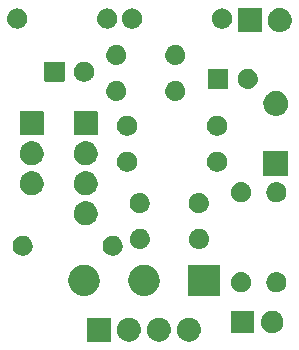
<source format=gts>
G04 #@! TF.GenerationSoftware,KiCad,Pcbnew,(5.99.0-1101-g9de7547c2)*
G04 #@! TF.CreationDate,2020-03-13T08:54:08+02:00*
G04 #@! TF.ProjectId,cabeza-de-carne,63616265-7a61-42d6-9465-2d6361726e65,rev?*
G04 #@! TF.SameCoordinates,Original*
G04 #@! TF.FileFunction,Soldermask,Top*
G04 #@! TF.FilePolarity,Negative*
%FSLAX46Y46*%
G04 Gerber Fmt 4.6, Leading zero omitted, Abs format (unit mm)*
G04 Created by KiCad (PCBNEW (5.99.0-1101-g9de7547c2)) date 2020-03-13 08:54:08*
%MOMM*%
%LPD*%
G01*
G04 APERTURE LIST*
G04 APERTURE END LIST*
G36*
X238867997Y27127068D02*
G01*
X238917536Y27126722D01*
X238966064Y27116761D01*
X239009903Y27112153D01*
X239058183Y27097851D01*
X239112752Y27086650D01*
X239152731Y27069844D01*
X239188975Y27059108D01*
X239239445Y27033393D01*
X239296467Y27009423D01*
X239327277Y26988641D01*
X239355387Y26974319D01*
X239405349Y26935981D01*
X239461684Y26897983D01*
X239483504Y26876010D01*
X239503558Y26860622D01*
X239549951Y26809097D01*
X239602108Y26756575D01*
X239615805Y26735959D01*
X239628529Y26721828D01*
X239668136Y26657195D01*
X239712392Y26590585D01*
X239719453Y26573454D01*
X239726114Y26562584D01*
X239755689Y26485537D01*
X239788334Y26406335D01*
X239790723Y26394272D01*
X239793045Y26388222D01*
X239809498Y26299451D01*
X239827043Y26210843D01*
X239823864Y25983220D01*
X239820561Y25968681D01*
X239820416Y25963151D01*
X239799707Y25876892D01*
X239779712Y25788886D01*
X239777251Y25783358D01*
X239777201Y25783151D01*
X239701237Y25612532D01*
X239701117Y25612357D01*
X239698655Y25606828D01*
X239646605Y25533042D01*
X239595453Y25458616D01*
X239590871Y25454034D01*
X239583780Y25443982D01*
X239521723Y25384886D01*
X239463384Y25326547D01*
X239452880Y25319328D01*
X239439462Y25306550D01*
X239371941Y25263700D01*
X239309468Y25220763D01*
X239292097Y25213029D01*
X239271198Y25199766D01*
X239202182Y25172996D01*
X239138849Y25144799D01*
X239114272Y25138898D01*
X239085398Y25127699D01*
X239018464Y25115897D01*
X238957245Y25101199D01*
X238925750Y25099549D01*
X238889139Y25093093D01*
X238827288Y25094389D01*
X238770733Y25091425D01*
X238733258Y25096359D01*
X238689896Y25097267D01*
X238635479Y25109231D01*
X238585562Y25115803D01*
X238543648Y25129422D01*
X238495258Y25140061D01*
X238449855Y25159897D01*
X238407940Y25173516D01*
X238363693Y25197540D01*
X238312639Y25219845D01*
X238277027Y25244596D01*
X238243807Y25262633D01*
X238199794Y25298274D01*
X238148994Y25333581D01*
X238123168Y25360325D01*
X238098660Y25380171D01*
X238057775Y25428041D01*
X238010558Y25476936D01*
X237993782Y25502968D01*
X237977367Y25522187D01*
X237942700Y25582231D01*
X237902603Y25644450D01*
X237893492Y25667461D01*
X237883982Y25683933D01*
X237858676Y25755395D01*
X237829240Y25829742D01*
X237825895Y25847969D01*
X237821640Y25859984D01*
X237808732Y25941483D01*
X237793265Y26025755D01*
X237793437Y26038052D01*
X237792423Y26044452D01*
X237794787Y26134765D01*
X237796048Y26225023D01*
X237797305Y26230938D01*
X237797311Y26231155D01*
X237836142Y26413838D01*
X237836224Y26414035D01*
X237837482Y26419955D01*
X237873051Y26502945D01*
X237907614Y26586386D01*
X237911144Y26591822D01*
X237915989Y26603126D01*
X237964391Y26673815D01*
X238009338Y26743028D01*
X238018114Y26752276D01*
X238028580Y26767561D01*
X238085699Y26823496D01*
X238137897Y26878501D01*
X238153287Y26889682D01*
X238170965Y26906994D01*
X238232887Y26947515D01*
X238288990Y26988276D01*
X238311807Y26999159D01*
X238337721Y27016117D01*
X238400735Y27041576D01*
X238457565Y27068683D01*
X238488033Y27076847D01*
X238522497Y27090771D01*
X238583256Y27102361D01*
X238637968Y27117021D01*
X238675656Y27119987D01*
X238718254Y27128113D01*
X238773962Y27127724D01*
X238824162Y27131675D01*
X238867997Y27127068D01*
G37*
G36*
X236327997Y27127068D02*
G01*
X236377536Y27126722D01*
X236426064Y27116761D01*
X236469903Y27112153D01*
X236518183Y27097851D01*
X236572752Y27086650D01*
X236612731Y27069844D01*
X236648975Y27059108D01*
X236699445Y27033393D01*
X236756467Y27009423D01*
X236787277Y26988641D01*
X236815387Y26974319D01*
X236865349Y26935981D01*
X236921684Y26897983D01*
X236943504Y26876010D01*
X236963558Y26860622D01*
X237009951Y26809097D01*
X237062108Y26756575D01*
X237075805Y26735959D01*
X237088529Y26721828D01*
X237128136Y26657195D01*
X237172392Y26590585D01*
X237179453Y26573454D01*
X237186114Y26562584D01*
X237215689Y26485537D01*
X237248334Y26406335D01*
X237250723Y26394272D01*
X237253045Y26388222D01*
X237269498Y26299451D01*
X237287043Y26210843D01*
X237283864Y25983220D01*
X237280561Y25968681D01*
X237280416Y25963151D01*
X237259707Y25876892D01*
X237239712Y25788886D01*
X237237251Y25783358D01*
X237237201Y25783151D01*
X237161237Y25612532D01*
X237161117Y25612357D01*
X237158655Y25606828D01*
X237106605Y25533042D01*
X237055453Y25458616D01*
X237050871Y25454034D01*
X237043780Y25443982D01*
X236981723Y25384886D01*
X236923384Y25326547D01*
X236912880Y25319328D01*
X236899462Y25306550D01*
X236831941Y25263700D01*
X236769468Y25220763D01*
X236752097Y25213029D01*
X236731198Y25199766D01*
X236662182Y25172996D01*
X236598849Y25144799D01*
X236574272Y25138898D01*
X236545398Y25127699D01*
X236478464Y25115897D01*
X236417245Y25101199D01*
X236385750Y25099549D01*
X236349139Y25093093D01*
X236287288Y25094389D01*
X236230733Y25091425D01*
X236193258Y25096359D01*
X236149896Y25097267D01*
X236095479Y25109231D01*
X236045562Y25115803D01*
X236003648Y25129422D01*
X235955258Y25140061D01*
X235909855Y25159897D01*
X235867940Y25173516D01*
X235823693Y25197540D01*
X235772639Y25219845D01*
X235737027Y25244596D01*
X235703807Y25262633D01*
X235659794Y25298274D01*
X235608994Y25333581D01*
X235583168Y25360325D01*
X235558660Y25380171D01*
X235517775Y25428041D01*
X235470558Y25476936D01*
X235453782Y25502968D01*
X235437367Y25522187D01*
X235402700Y25582231D01*
X235362603Y25644450D01*
X235353492Y25667461D01*
X235343982Y25683933D01*
X235318676Y25755395D01*
X235289240Y25829742D01*
X235285895Y25847969D01*
X235281640Y25859984D01*
X235268732Y25941483D01*
X235253265Y26025755D01*
X235253437Y26038052D01*
X235252423Y26044452D01*
X235254787Y26134765D01*
X235256048Y26225023D01*
X235257305Y26230938D01*
X235257311Y26231155D01*
X235296142Y26413838D01*
X235296224Y26414035D01*
X235297482Y26419955D01*
X235333051Y26502945D01*
X235367614Y26586386D01*
X235371144Y26591822D01*
X235375989Y26603126D01*
X235424391Y26673815D01*
X235469338Y26743028D01*
X235478114Y26752276D01*
X235488580Y26767561D01*
X235545699Y26823496D01*
X235597897Y26878501D01*
X235613287Y26889682D01*
X235630965Y26906994D01*
X235692887Y26947515D01*
X235748990Y26988276D01*
X235771807Y26999159D01*
X235797721Y27016117D01*
X235860735Y27041576D01*
X235917565Y27068683D01*
X235948033Y27076847D01*
X235982497Y27090771D01*
X236043256Y27102361D01*
X236097968Y27117021D01*
X236135656Y27119987D01*
X236178254Y27128113D01*
X236233962Y27127724D01*
X236284162Y27131675D01*
X236327997Y27127068D01*
G37*
G36*
X241407997Y27127068D02*
G01*
X241457536Y27126722D01*
X241506064Y27116761D01*
X241549903Y27112153D01*
X241598183Y27097851D01*
X241652752Y27086650D01*
X241692731Y27069844D01*
X241728975Y27059108D01*
X241779445Y27033393D01*
X241836467Y27009423D01*
X241867277Y26988641D01*
X241895387Y26974319D01*
X241945349Y26935981D01*
X242001684Y26897983D01*
X242023504Y26876010D01*
X242043558Y26860622D01*
X242089951Y26809097D01*
X242142108Y26756575D01*
X242155805Y26735959D01*
X242168529Y26721828D01*
X242208136Y26657195D01*
X242252392Y26590585D01*
X242259453Y26573454D01*
X242266114Y26562584D01*
X242295689Y26485537D01*
X242328334Y26406335D01*
X242330723Y26394272D01*
X242333045Y26388222D01*
X242349498Y26299451D01*
X242367043Y26210843D01*
X242363864Y25983220D01*
X242360561Y25968681D01*
X242360416Y25963151D01*
X242339707Y25876892D01*
X242319712Y25788886D01*
X242317251Y25783358D01*
X242317201Y25783151D01*
X242241237Y25612532D01*
X242241117Y25612357D01*
X242238655Y25606828D01*
X242186605Y25533042D01*
X242135453Y25458616D01*
X242130871Y25454034D01*
X242123780Y25443982D01*
X242061723Y25384886D01*
X242003384Y25326547D01*
X241992880Y25319328D01*
X241979462Y25306550D01*
X241911941Y25263700D01*
X241849468Y25220763D01*
X241832097Y25213029D01*
X241811198Y25199766D01*
X241742182Y25172996D01*
X241678849Y25144799D01*
X241654272Y25138898D01*
X241625398Y25127699D01*
X241558464Y25115897D01*
X241497245Y25101199D01*
X241465750Y25099549D01*
X241429139Y25093093D01*
X241367288Y25094389D01*
X241310733Y25091425D01*
X241273258Y25096359D01*
X241229896Y25097267D01*
X241175479Y25109231D01*
X241125562Y25115803D01*
X241083648Y25129422D01*
X241035258Y25140061D01*
X240989855Y25159897D01*
X240947940Y25173516D01*
X240903693Y25197540D01*
X240852639Y25219845D01*
X240817027Y25244596D01*
X240783807Y25262633D01*
X240739794Y25298274D01*
X240688994Y25333581D01*
X240663168Y25360325D01*
X240638660Y25380171D01*
X240597775Y25428041D01*
X240550558Y25476936D01*
X240533782Y25502968D01*
X240517367Y25522187D01*
X240482700Y25582231D01*
X240442603Y25644450D01*
X240433492Y25667461D01*
X240423982Y25683933D01*
X240398676Y25755395D01*
X240369240Y25829742D01*
X240365895Y25847969D01*
X240361640Y25859984D01*
X240348732Y25941483D01*
X240333265Y26025755D01*
X240333437Y26038052D01*
X240332423Y26044452D01*
X240334787Y26134765D01*
X240336048Y26225023D01*
X240337305Y26230938D01*
X240337311Y26231155D01*
X240376142Y26413838D01*
X240376224Y26414035D01*
X240377482Y26419955D01*
X240413051Y26502945D01*
X240447614Y26586386D01*
X240451144Y26591822D01*
X240455989Y26603126D01*
X240504391Y26673815D01*
X240549338Y26743028D01*
X240558114Y26752276D01*
X240568580Y26767561D01*
X240625699Y26823496D01*
X240677897Y26878501D01*
X240693287Y26889682D01*
X240710965Y26906994D01*
X240772887Y26947515D01*
X240828990Y26988276D01*
X240851807Y26999159D01*
X240877721Y27016117D01*
X240940735Y27041576D01*
X240997565Y27068683D01*
X241028033Y27076847D01*
X241062497Y27090771D01*
X241123256Y27102361D01*
X241177968Y27117021D01*
X241215656Y27119987D01*
X241258254Y27128113D01*
X241313962Y27127724D01*
X241364162Y27131675D01*
X241407997Y27127068D01*
G37*
G36*
X234715899Y27124441D02*
G01*
X234732769Y27113169D01*
X234744041Y27096299D01*
X234750448Y27064088D01*
X234750448Y25158312D01*
X234747999Y25146000D01*
X234744041Y25126101D01*
X234732769Y25109231D01*
X234715899Y25097959D01*
X234696000Y25094001D01*
X234683688Y25091552D01*
X232777912Y25091552D01*
X232745701Y25097959D01*
X232728831Y25109231D01*
X232717559Y25126101D01*
X232711152Y25158312D01*
X232711152Y27064088D01*
X232717559Y27096299D01*
X232728831Y27113169D01*
X232745701Y27124441D01*
X232777912Y27130848D01*
X234683688Y27130848D01*
X234715899Y27124441D01*
G37*
G36*
X248508265Y27719036D02*
G01*
X248549082Y27717040D01*
X248597672Y27705195D01*
X248652954Y27696637D01*
X248691340Y27682362D01*
X248725386Y27674062D01*
X248776144Y27650823D01*
X248834037Y27629293D01*
X248863823Y27610680D01*
X248890386Y27598519D01*
X248940565Y27562727D01*
X248997880Y27526912D01*
X249019086Y27506718D01*
X249038120Y27493141D01*
X249084624Y27444307D01*
X249137790Y27393678D01*
X249151169Y27374428D01*
X249163267Y27361724D01*
X249202839Y27300084D01*
X249248052Y27235031D01*
X249254981Y27218866D01*
X249261300Y27209022D01*
X249290644Y27135656D01*
X249324162Y27057454D01*
X249326522Y27045955D01*
X249328693Y27040528D01*
X249344712Y26957340D01*
X249363010Y26868200D01*
X249362934Y26846374D01*
X249362488Y26675722D01*
X249362336Y26674954D01*
X249362313Y26668363D01*
X249343577Y26580218D01*
X249327272Y26497875D01*
X249324758Y26491685D01*
X249322144Y26479385D01*
X249288415Y26402183D01*
X249259000Y26329741D01*
X249252176Y26319233D01*
X249244797Y26302343D01*
X249199603Y26238277D01*
X249160167Y26177550D01*
X249147422Y26164306D01*
X249133430Y26144471D01*
X249080526Y26094791D01*
X249034332Y26046788D01*
X249014543Y26032829D01*
X248992593Y26012216D01*
X248935742Y25977241D01*
X248886049Y25942187D01*
X248858661Y25929821D01*
X248828039Y25910982D01*
X248770790Y25890145D01*
X248720660Y25867510D01*
X248685756Y25859195D01*
X248646490Y25844903D01*
X248591973Y25836853D01*
X248544130Y25825455D01*
X248502469Y25823636D01*
X248455363Y25816680D01*
X248406162Y25819431D01*
X248362834Y25817539D01*
X248315817Y25824482D01*
X248262464Y25827465D01*
X248220455Y25838564D01*
X248183313Y25844049D01*
X248132974Y25861678D01*
X248075673Y25876817D01*
X248041975Y25893545D01*
X248012043Y25904027D01*
X247960924Y25933779D01*
X247902621Y25962721D01*
X247877574Y25982290D01*
X247855207Y25995308D01*
X247806261Y26038006D01*
X247750378Y26081667D01*
X247733563Y26101424D01*
X247718455Y26114604D01*
X247674885Y26170371D01*
X247625161Y26228796D01*
X247615481Y26246403D01*
X247606735Y26257598D01*
X247571858Y26325755D01*
X247532086Y26398099D01*
X247527873Y26411707D01*
X247524068Y26419144D01*
X247501105Y26498182D01*
X247474955Y26582659D01*
X247474136Y26591007D01*
X247473439Y26593408D01*
X247465334Y26680782D01*
X247456102Y26774937D01*
X247465882Y26867991D01*
X247474384Y26954698D01*
X247475332Y26957899D01*
X247476297Y26967079D01*
X247502784Y27050577D01*
X247525925Y27128700D01*
X247530155Y27136861D01*
X247534715Y27151235D01*
X247574592Y27222588D01*
X247609437Y27289809D01*
X247618754Y27301607D01*
X247628969Y27319884D01*
X247678575Y27377354D01*
X247721906Y27432220D01*
X247737709Y27445860D01*
X247755210Y27466136D01*
X247810745Y27508903D01*
X247859278Y27550796D01*
X247882435Y27564112D01*
X247908281Y27584016D01*
X247966036Y27612185D01*
X248016592Y27641256D01*
X248047368Y27651853D01*
X248081928Y27668709D01*
X248138525Y27683241D01*
X248188171Y27700335D01*
X248226161Y27705742D01*
X248269059Y27716756D01*
X248321613Y27719326D01*
X248367830Y27725904D01*
X248411967Y27723746D01*
X248462028Y27726194D01*
X248508265Y27719036D01*
G37*
G36*
X246791899Y27719641D02*
G01*
X246808769Y27708369D01*
X246820041Y27691499D01*
X246826448Y27659288D01*
X246826448Y25883912D01*
X246821689Y25859984D01*
X246820041Y25851701D01*
X246808769Y25834831D01*
X246791899Y25823559D01*
X246772000Y25819601D01*
X246759688Y25817152D01*
X244984312Y25817152D01*
X244952101Y25823559D01*
X244935231Y25834831D01*
X244923959Y25851701D01*
X244917552Y25883912D01*
X244917552Y27659288D01*
X244923959Y27691499D01*
X244935231Y27708369D01*
X244952101Y27719641D01*
X244984312Y27726048D01*
X246759688Y27726048D01*
X246791899Y27719641D01*
G37*
G36*
X232536610Y31610499D02*
G01*
X232589074Y31610499D01*
X232649705Y31599808D01*
X232705952Y31594491D01*
X232758303Y31580659D01*
X232816707Y31570361D01*
X232868159Y31551634D01*
X232915977Y31539000D01*
X232971806Y31513910D01*
X233033912Y31491305D01*
X233075391Y31467357D01*
X233114106Y31449958D01*
X233171007Y31412153D01*
X233234090Y31375732D01*
X233265522Y31349357D01*
X233295038Y31329747D01*
X233350237Y31278273D01*
X233411157Y31227155D01*
X233433110Y31200993D01*
X233453908Y31181598D01*
X233504404Y31116028D01*
X233559734Y31050088D01*
X233573361Y31026485D01*
X233586446Y31009494D01*
X233629116Y30929915D01*
X233675307Y30849910D01*
X233682265Y30830793D01*
X233689095Y30818055D01*
X233720817Y30724873D01*
X233754363Y30632705D01*
X233756695Y30619482D01*
X233759098Y30612422D01*
X233776886Y30504968D01*
X233794501Y30405072D01*
X233794501Y30173926D01*
X233787894Y30136455D01*
X233787369Y30114976D01*
X233769683Y30033179D01*
X233754363Y29946293D01*
X233745826Y29922839D01*
X233741788Y29904161D01*
X233707594Y29817796D01*
X233675307Y29729088D01*
X233666286Y29713464D01*
X233661824Y29702193D01*
X233609570Y29615228D01*
X233559734Y29528910D01*
X233552585Y29520391D01*
X233549946Y29515998D01*
X233475478Y29428497D01*
X233411157Y29351843D01*
X233341230Y29293167D01*
X233243243Y29210362D01*
X233240838Y29208929D01*
X233234090Y29203266D01*
X233146714Y29152820D01*
X233056654Y29099133D01*
X233047541Y29095562D01*
X233033912Y29087693D01*
X232943403Y29054750D01*
X232854406Y29019873D01*
X232837992Y29016384D01*
X232816707Y29008637D01*
X232727747Y28992951D01*
X232641930Y28974710D01*
X232618181Y28973631D01*
X232589074Y28968499D01*
X232505170Y28968499D01*
X232424932Y28964855D01*
X232394373Y28968499D01*
X232357928Y28968499D01*
X232281795Y28981923D01*
X232209233Y28990576D01*
X232172963Y29001113D01*
X232130295Y29008637D01*
X232063947Y29032786D01*
X232000630Y29051181D01*
X231960248Y29070529D01*
X231913090Y29087693D01*
X231857808Y29119610D01*
X231804732Y29145040D01*
X231762295Y29174755D01*
X231712912Y29203266D01*
X231669231Y29239919D01*
X231626796Y29269632D01*
X231584748Y29310809D01*
X231535845Y29351843D01*
X231503584Y29390290D01*
X231471590Y29421621D01*
X231432649Y29474827D01*
X231387268Y29528910D01*
X231365606Y29566430D01*
X231343297Y29596911D01*
X231310350Y29662137D01*
X231271695Y29729088D01*
X231259228Y29763341D01*
X231245358Y29790799D01*
X231221344Y29867427D01*
X231192639Y29946293D01*
X231187507Y29975399D01*
X231180398Y29998083D01*
X231168189Y30084956D01*
X231152501Y30173926D01*
X231152501Y30196582D01*
X231150166Y30213196D01*
X231152501Y30308743D01*
X231152501Y30405072D01*
X231155234Y30420571D01*
X231155473Y30430356D01*
X231175116Y30533325D01*
X231192639Y30632705D01*
X231195653Y30640987D01*
X231196177Y30643732D01*
X231240393Y30763908D01*
X231271695Y30849910D01*
X231321695Y30936513D01*
X231378479Y31036470D01*
X231381707Y31040457D01*
X231387268Y31050088D01*
X231451341Y31126447D01*
X231515185Y31205288D01*
X231524249Y31213335D01*
X231535845Y31227155D01*
X231608149Y31287825D01*
X231677625Y31349509D01*
X231693799Y31359694D01*
X231712912Y31375732D01*
X231789303Y31419837D01*
X231861436Y31465261D01*
X231885504Y31475378D01*
X231913090Y31491305D01*
X231989886Y31519256D01*
X232061690Y31549440D01*
X232093892Y31557112D01*
X232130295Y31570361D01*
X232204239Y31583399D01*
X232273003Y31599781D01*
X232313009Y31602579D01*
X232357928Y31610499D01*
X232426273Y31610499D01*
X232489694Y31614934D01*
X232536610Y31610499D01*
G37*
G36*
X237616610Y31610499D02*
G01*
X237669074Y31610499D01*
X237729705Y31599808D01*
X237785952Y31594491D01*
X237838303Y31580659D01*
X237896707Y31570361D01*
X237948159Y31551634D01*
X237995977Y31539000D01*
X238051806Y31513910D01*
X238113912Y31491305D01*
X238155391Y31467357D01*
X238194106Y31449958D01*
X238251007Y31412153D01*
X238314090Y31375732D01*
X238345522Y31349357D01*
X238375038Y31329747D01*
X238430237Y31278273D01*
X238491157Y31227155D01*
X238513110Y31200993D01*
X238533908Y31181598D01*
X238584404Y31116028D01*
X238639734Y31050088D01*
X238653361Y31026485D01*
X238666446Y31009494D01*
X238709116Y30929915D01*
X238755307Y30849910D01*
X238762265Y30830793D01*
X238769095Y30818055D01*
X238800817Y30724873D01*
X238834363Y30632705D01*
X238836695Y30619482D01*
X238839098Y30612422D01*
X238856886Y30504968D01*
X238874501Y30405072D01*
X238874501Y30173926D01*
X238867894Y30136455D01*
X238867369Y30114976D01*
X238849683Y30033179D01*
X238834363Y29946293D01*
X238825826Y29922839D01*
X238821788Y29904161D01*
X238787594Y29817796D01*
X238755307Y29729088D01*
X238746286Y29713464D01*
X238741824Y29702193D01*
X238689570Y29615228D01*
X238639734Y29528910D01*
X238632585Y29520391D01*
X238629946Y29515998D01*
X238555478Y29428497D01*
X238491157Y29351843D01*
X238421230Y29293167D01*
X238323243Y29210362D01*
X238320838Y29208929D01*
X238314090Y29203266D01*
X238226714Y29152820D01*
X238136654Y29099133D01*
X238127541Y29095562D01*
X238113912Y29087693D01*
X238023403Y29054750D01*
X237934406Y29019873D01*
X237917992Y29016384D01*
X237896707Y29008637D01*
X237807747Y28992951D01*
X237721930Y28974710D01*
X237698181Y28973631D01*
X237669074Y28968499D01*
X237585170Y28968499D01*
X237504932Y28964855D01*
X237474373Y28968499D01*
X237437928Y28968499D01*
X237361795Y28981923D01*
X237289233Y28990576D01*
X237252963Y29001113D01*
X237210295Y29008637D01*
X237143947Y29032786D01*
X237080630Y29051181D01*
X237040248Y29070529D01*
X236993090Y29087693D01*
X236937808Y29119610D01*
X236884732Y29145040D01*
X236842295Y29174755D01*
X236792912Y29203266D01*
X236749231Y29239919D01*
X236706796Y29269632D01*
X236664748Y29310809D01*
X236615845Y29351843D01*
X236583584Y29390290D01*
X236551590Y29421621D01*
X236512649Y29474827D01*
X236467268Y29528910D01*
X236445606Y29566430D01*
X236423297Y29596911D01*
X236390350Y29662137D01*
X236351695Y29729088D01*
X236339228Y29763341D01*
X236325358Y29790799D01*
X236301344Y29867427D01*
X236272639Y29946293D01*
X236267507Y29975399D01*
X236260398Y29998083D01*
X236248189Y30084956D01*
X236232501Y30173926D01*
X236232501Y30196582D01*
X236230166Y30213196D01*
X236232501Y30308743D01*
X236232501Y30405072D01*
X236235234Y30420571D01*
X236235473Y30430356D01*
X236255116Y30533325D01*
X236272639Y30632705D01*
X236275653Y30640987D01*
X236276177Y30643732D01*
X236320393Y30763908D01*
X236351695Y30849910D01*
X236401695Y30936513D01*
X236458479Y31036470D01*
X236461707Y31040457D01*
X236467268Y31050088D01*
X236531341Y31126447D01*
X236595185Y31205288D01*
X236604249Y31213335D01*
X236615845Y31227155D01*
X236688149Y31287825D01*
X236757625Y31349509D01*
X236773799Y31359694D01*
X236792912Y31375732D01*
X236869303Y31419837D01*
X236941436Y31465261D01*
X236965504Y31475378D01*
X236993090Y31491305D01*
X237069886Y31519256D01*
X237141690Y31549440D01*
X237173892Y31557112D01*
X237210295Y31570361D01*
X237284239Y31583399D01*
X237353003Y31599781D01*
X237393009Y31602579D01*
X237437928Y31610499D01*
X237506273Y31610499D01*
X237569694Y31614934D01*
X237616610Y31610499D01*
G37*
G36*
X243923400Y31607540D02*
G01*
X243940270Y31596268D01*
X243951542Y31579398D01*
X243957949Y31547187D01*
X243957949Y29031811D01*
X243951542Y28999600D01*
X243940270Y28982730D01*
X243923400Y28971458D01*
X243903501Y28967500D01*
X243891189Y28965051D01*
X241375813Y28965051D01*
X241343602Y28971458D01*
X241326732Y28982730D01*
X241315460Y28999600D01*
X241309053Y29031811D01*
X241309053Y31547187D01*
X241315460Y31579398D01*
X241326732Y31596268D01*
X241343602Y31607540D01*
X241375813Y31613947D01*
X243891189Y31613947D01*
X243923400Y31607540D01*
G37*
G36*
X245773376Y30976574D02*
G01*
X245815166Y30978618D01*
X245859456Y30971761D01*
X245910210Y30968924D01*
X245950563Y30957657D01*
X245986021Y30952168D01*
X246033604Y30934472D01*
X246088298Y30919201D01*
X246120022Y30902333D01*
X246148059Y30891906D01*
X246196157Y30861851D01*
X246251553Y30832396D01*
X246274368Y30812979D01*
X246294671Y30800292D01*
X246340041Y30757087D01*
X246392361Y30712559D01*
X246406863Y30693453D01*
X246419872Y30681065D01*
X246459016Y30624745D01*
X246504151Y30565282D01*
X246511702Y30548941D01*
X246518542Y30539099D01*
X246547908Y30470583D01*
X246581707Y30397435D01*
X246584285Y30385708D01*
X246586647Y30380198D01*
X246602829Y30301364D01*
X246621411Y30216849D01*
X246620745Y30026012D01*
X246601581Y29941662D01*
X246584843Y29862915D01*
X246582441Y29857418D01*
X246579781Y29845708D01*
X246545469Y29772791D01*
X246515627Y29704485D01*
X246508718Y29694691D01*
X246501055Y29678406D01*
X246455514Y29619270D01*
X246415970Y29563213D01*
X246402872Y29550913D01*
X246388240Y29531913D01*
X246335627Y29487765D01*
X246289944Y29444866D01*
X246269547Y29432318D01*
X246246599Y29413062D01*
X246191000Y29383995D01*
X246142693Y29354277D01*
X246114584Y29344046D01*
X246082741Y29327399D01*
X246027934Y29312508D01*
X245980231Y29295146D01*
X245944740Y29289905D01*
X245904311Y29278921D01*
X245853539Y29276438D01*
X245809203Y29269891D01*
X245767427Y29272226D01*
X245719633Y29269889D01*
X245675392Y29277372D01*
X245636589Y29279541D01*
X245590380Y29291750D01*
X245537323Y29300724D01*
X245501239Y29315303D01*
X245469435Y29323706D01*
X245421297Y29347601D01*
X245365888Y29369988D01*
X245338711Y29388596D01*
X245314582Y29400574D01*
X245267528Y29437337D01*
X245213326Y29474450D01*
X245194869Y29494105D01*
X245178350Y29507011D01*
X245135800Y29557007D01*
X245086754Y29609236D01*
X245076008Y29627262D01*
X245066296Y29638674D01*
X245031801Y29701419D01*
X244992078Y29768056D01*
X244987343Y29782289D01*
X244983010Y29790171D01*
X244960092Y29864208D01*
X244933714Y29943502D01*
X244932772Y29952466D01*
X244931886Y29955328D01*
X244923747Y30038332D01*
X244914387Y30127388D01*
X244924367Y30216356D01*
X244933087Y30299322D01*
X244933993Y30302180D01*
X244934998Y30311135D01*
X244961930Y30390247D01*
X244985363Y30464119D01*
X244989750Y30471968D01*
X244994584Y30486169D01*
X245034782Y30552543D01*
X245069704Y30615029D01*
X245079492Y30626369D01*
X245090367Y30644325D01*
X245139785Y30696219D01*
X245182673Y30745905D01*
X245199279Y30758693D01*
X245217877Y30778223D01*
X245272352Y30814967D01*
X245319650Y30851391D01*
X245343858Y30863198D01*
X245371165Y30881617D01*
X245426719Y30903613D01*
X245475033Y30927177D01*
X245506903Y30935360D01*
X245543079Y30949683D01*
X245596195Y30958286D01*
X245642488Y30970172D01*
X245681303Y30972070D01*
X245725599Y30979245D01*
X245773376Y30976574D01*
G37*
G36*
X248770576Y30976574D02*
G01*
X248812366Y30978618D01*
X248856656Y30971761D01*
X248907410Y30968924D01*
X248947763Y30957657D01*
X248983221Y30952168D01*
X249030804Y30934472D01*
X249085498Y30919201D01*
X249117222Y30902333D01*
X249145259Y30891906D01*
X249193357Y30861851D01*
X249248753Y30832396D01*
X249271568Y30812979D01*
X249291871Y30800292D01*
X249337241Y30757087D01*
X249389561Y30712559D01*
X249404063Y30693453D01*
X249417072Y30681065D01*
X249456216Y30624745D01*
X249501351Y30565282D01*
X249508902Y30548941D01*
X249515742Y30539099D01*
X249545108Y30470583D01*
X249578907Y30397435D01*
X249581485Y30385708D01*
X249583847Y30380198D01*
X249600029Y30301364D01*
X249618611Y30216849D01*
X249617945Y30026012D01*
X249598781Y29941662D01*
X249582043Y29862915D01*
X249579641Y29857418D01*
X249576981Y29845708D01*
X249542669Y29772791D01*
X249512827Y29704485D01*
X249505918Y29694691D01*
X249498255Y29678406D01*
X249452714Y29619270D01*
X249413170Y29563213D01*
X249400072Y29550913D01*
X249385440Y29531913D01*
X249332827Y29487765D01*
X249287144Y29444866D01*
X249266747Y29432318D01*
X249243799Y29413062D01*
X249188200Y29383995D01*
X249139893Y29354277D01*
X249111784Y29344046D01*
X249079941Y29327399D01*
X249025134Y29312508D01*
X248977431Y29295146D01*
X248941940Y29289905D01*
X248901511Y29278921D01*
X248850739Y29276438D01*
X248806403Y29269891D01*
X248764627Y29272226D01*
X248716833Y29269889D01*
X248672592Y29277372D01*
X248633789Y29279541D01*
X248587580Y29291750D01*
X248534523Y29300724D01*
X248498439Y29315303D01*
X248466635Y29323706D01*
X248418497Y29347601D01*
X248363088Y29369988D01*
X248335911Y29388596D01*
X248311782Y29400574D01*
X248264728Y29437337D01*
X248210526Y29474450D01*
X248192069Y29494105D01*
X248175550Y29507011D01*
X248133000Y29557007D01*
X248083954Y29609236D01*
X248073208Y29627262D01*
X248063496Y29638674D01*
X248029001Y29701419D01*
X247989278Y29768056D01*
X247984543Y29782289D01*
X247980210Y29790171D01*
X247957292Y29864208D01*
X247930914Y29943502D01*
X247929972Y29952466D01*
X247929086Y29955328D01*
X247920947Y30038332D01*
X247911587Y30127388D01*
X247921567Y30216356D01*
X247930287Y30299322D01*
X247931193Y30302180D01*
X247932198Y30311135D01*
X247959130Y30390247D01*
X247982563Y30464119D01*
X247986950Y30471968D01*
X247991784Y30486169D01*
X248031982Y30552543D01*
X248066904Y30615029D01*
X248076692Y30626369D01*
X248087567Y30644325D01*
X248136985Y30696219D01*
X248179873Y30745905D01*
X248196479Y30758693D01*
X248215077Y30778223D01*
X248269552Y30814967D01*
X248316850Y30851391D01*
X248341058Y30863198D01*
X248368365Y30881617D01*
X248423919Y30903613D01*
X248472233Y30927177D01*
X248504103Y30935360D01*
X248540279Y30949683D01*
X248593395Y30958286D01*
X248639688Y30970172D01*
X248678503Y30972070D01*
X248722799Y30979245D01*
X248770576Y30976574D01*
G37*
G36*
X227282176Y34075374D02*
G01*
X227323966Y34077418D01*
X227368256Y34070561D01*
X227419010Y34067724D01*
X227459363Y34056457D01*
X227494821Y34050968D01*
X227542404Y34033272D01*
X227597098Y34018001D01*
X227628822Y34001133D01*
X227656859Y33990706D01*
X227704957Y33960651D01*
X227760353Y33931196D01*
X227783168Y33911779D01*
X227803471Y33899092D01*
X227848841Y33855887D01*
X227901161Y33811359D01*
X227915663Y33792253D01*
X227928672Y33779865D01*
X227967816Y33723545D01*
X228012951Y33664082D01*
X228020502Y33647741D01*
X228027342Y33637899D01*
X228056708Y33569383D01*
X228090507Y33496235D01*
X228093085Y33484508D01*
X228095447Y33478998D01*
X228111629Y33400164D01*
X228130211Y33315649D01*
X228129545Y33124812D01*
X228110381Y33040462D01*
X228093643Y32961715D01*
X228091241Y32956218D01*
X228088581Y32944508D01*
X228054269Y32871591D01*
X228024427Y32803285D01*
X228017518Y32793491D01*
X228009855Y32777206D01*
X227964314Y32718070D01*
X227924770Y32662013D01*
X227911672Y32649713D01*
X227897040Y32630713D01*
X227844427Y32586565D01*
X227798744Y32543666D01*
X227778347Y32531118D01*
X227755399Y32511862D01*
X227699800Y32482795D01*
X227651493Y32453077D01*
X227623384Y32442846D01*
X227591541Y32426199D01*
X227536734Y32411308D01*
X227489031Y32393946D01*
X227453540Y32388705D01*
X227413111Y32377721D01*
X227362339Y32375238D01*
X227318003Y32368691D01*
X227276227Y32371026D01*
X227228433Y32368689D01*
X227184192Y32376172D01*
X227145389Y32378341D01*
X227099180Y32390550D01*
X227046123Y32399524D01*
X227010039Y32414103D01*
X226978235Y32422506D01*
X226930097Y32446401D01*
X226874688Y32468788D01*
X226847511Y32487396D01*
X226823382Y32499374D01*
X226776328Y32536137D01*
X226722126Y32573250D01*
X226703669Y32592905D01*
X226687150Y32605811D01*
X226644600Y32655807D01*
X226595554Y32708036D01*
X226584808Y32726062D01*
X226575096Y32737474D01*
X226540601Y32800219D01*
X226500878Y32866856D01*
X226496143Y32881089D01*
X226491810Y32888971D01*
X226468892Y32963008D01*
X226442514Y33042302D01*
X226441572Y33051266D01*
X226440686Y33054128D01*
X226432547Y33137132D01*
X226423187Y33226188D01*
X226433167Y33315156D01*
X226441887Y33398122D01*
X226442793Y33400980D01*
X226443798Y33409935D01*
X226470730Y33489047D01*
X226494163Y33562919D01*
X226498550Y33570768D01*
X226503384Y33584969D01*
X226543582Y33651343D01*
X226578504Y33713829D01*
X226588292Y33725169D01*
X226599167Y33743125D01*
X226648585Y33795019D01*
X226691473Y33844705D01*
X226708079Y33857493D01*
X226726677Y33877023D01*
X226781152Y33913767D01*
X226828450Y33950191D01*
X226852658Y33961998D01*
X226879965Y33980417D01*
X226935519Y34002413D01*
X226983833Y34025977D01*
X227015703Y34034160D01*
X227051879Y34048483D01*
X227104995Y34057086D01*
X227151288Y34068972D01*
X227190103Y34070870D01*
X227234399Y34078045D01*
X227282176Y34075374D01*
G37*
G36*
X234902176Y34075374D02*
G01*
X234943966Y34077418D01*
X234988256Y34070561D01*
X235039010Y34067724D01*
X235079363Y34056457D01*
X235114821Y34050968D01*
X235162404Y34033272D01*
X235217098Y34018001D01*
X235248822Y34001133D01*
X235276859Y33990706D01*
X235324957Y33960651D01*
X235380353Y33931196D01*
X235403168Y33911779D01*
X235423471Y33899092D01*
X235468841Y33855887D01*
X235521161Y33811359D01*
X235535663Y33792253D01*
X235548672Y33779865D01*
X235587816Y33723545D01*
X235632951Y33664082D01*
X235640502Y33647741D01*
X235647342Y33637899D01*
X235676708Y33569383D01*
X235710507Y33496235D01*
X235713085Y33484508D01*
X235715447Y33478998D01*
X235731629Y33400164D01*
X235750211Y33315649D01*
X235749545Y33124812D01*
X235730381Y33040462D01*
X235713643Y32961715D01*
X235711241Y32956218D01*
X235708581Y32944508D01*
X235674269Y32871591D01*
X235644427Y32803285D01*
X235637518Y32793491D01*
X235629855Y32777206D01*
X235584314Y32718070D01*
X235544770Y32662013D01*
X235531672Y32649713D01*
X235517040Y32630713D01*
X235464427Y32586565D01*
X235418744Y32543666D01*
X235398347Y32531118D01*
X235375399Y32511862D01*
X235319800Y32482795D01*
X235271493Y32453077D01*
X235243384Y32442846D01*
X235211541Y32426199D01*
X235156734Y32411308D01*
X235109031Y32393946D01*
X235073540Y32388705D01*
X235033111Y32377721D01*
X234982339Y32375238D01*
X234938003Y32368691D01*
X234896227Y32371026D01*
X234848433Y32368689D01*
X234804192Y32376172D01*
X234765389Y32378341D01*
X234719180Y32390550D01*
X234666123Y32399524D01*
X234630039Y32414103D01*
X234598235Y32422506D01*
X234550097Y32446401D01*
X234494688Y32468788D01*
X234467511Y32487396D01*
X234443382Y32499374D01*
X234396328Y32536137D01*
X234342126Y32573250D01*
X234323669Y32592905D01*
X234307150Y32605811D01*
X234264600Y32655807D01*
X234215554Y32708036D01*
X234204808Y32726062D01*
X234195096Y32737474D01*
X234160601Y32800219D01*
X234120878Y32866856D01*
X234116143Y32881089D01*
X234111810Y32888971D01*
X234088892Y32963008D01*
X234062514Y33042302D01*
X234061572Y33051266D01*
X234060686Y33054128D01*
X234052547Y33137132D01*
X234043187Y33226188D01*
X234053167Y33315156D01*
X234061887Y33398122D01*
X234062793Y33400980D01*
X234063798Y33409935D01*
X234090730Y33489047D01*
X234114163Y33562919D01*
X234118550Y33570768D01*
X234123384Y33584969D01*
X234163582Y33651343D01*
X234198504Y33713829D01*
X234208292Y33725169D01*
X234219167Y33743125D01*
X234268585Y33795019D01*
X234311473Y33844705D01*
X234328079Y33857493D01*
X234346677Y33877023D01*
X234401152Y33913767D01*
X234448450Y33950191D01*
X234472658Y33961998D01*
X234499965Y33980417D01*
X234555519Y34002413D01*
X234603833Y34025977D01*
X234635703Y34034160D01*
X234671879Y34048483D01*
X234724995Y34057086D01*
X234771288Y34068972D01*
X234810103Y34070870D01*
X234854399Y34078045D01*
X234902176Y34075374D01*
G37*
G36*
X237204676Y34646874D02*
G01*
X237246466Y34648918D01*
X237290756Y34642061D01*
X237341510Y34639224D01*
X237381863Y34627957D01*
X237417321Y34622468D01*
X237464904Y34604772D01*
X237519598Y34589501D01*
X237551322Y34572633D01*
X237579359Y34562206D01*
X237627457Y34532151D01*
X237682853Y34502696D01*
X237705668Y34483279D01*
X237725971Y34470592D01*
X237771341Y34427387D01*
X237823661Y34382859D01*
X237838163Y34363753D01*
X237851172Y34351365D01*
X237890316Y34295045D01*
X237935451Y34235582D01*
X237943002Y34219241D01*
X237949842Y34209399D01*
X237979208Y34140883D01*
X238013007Y34067735D01*
X238015585Y34056008D01*
X238017947Y34050498D01*
X238034129Y33971664D01*
X238052711Y33887149D01*
X238052045Y33696312D01*
X238032881Y33611962D01*
X238016143Y33533215D01*
X238013741Y33527718D01*
X238011081Y33516008D01*
X237976769Y33443091D01*
X237946927Y33374785D01*
X237940018Y33364991D01*
X237932355Y33348706D01*
X237886814Y33289570D01*
X237847270Y33233513D01*
X237834172Y33221213D01*
X237819540Y33202213D01*
X237766927Y33158065D01*
X237721244Y33115166D01*
X237700847Y33102618D01*
X237677899Y33083362D01*
X237622300Y33054295D01*
X237573993Y33024577D01*
X237545884Y33014346D01*
X237514041Y32997699D01*
X237459234Y32982808D01*
X237411531Y32965446D01*
X237376040Y32960205D01*
X237335611Y32949221D01*
X237284839Y32946738D01*
X237240503Y32940191D01*
X237198727Y32942526D01*
X237150933Y32940189D01*
X237106692Y32947672D01*
X237067889Y32949841D01*
X237021680Y32962050D01*
X236968623Y32971024D01*
X236932539Y32985603D01*
X236900735Y32994006D01*
X236852597Y33017901D01*
X236797188Y33040288D01*
X236770011Y33058896D01*
X236745882Y33070874D01*
X236698828Y33107637D01*
X236644626Y33144750D01*
X236626169Y33164405D01*
X236609650Y33177311D01*
X236567100Y33227307D01*
X236518054Y33279536D01*
X236507308Y33297562D01*
X236497596Y33308974D01*
X236463101Y33371719D01*
X236423378Y33438356D01*
X236418643Y33452589D01*
X236414310Y33460471D01*
X236391392Y33534508D01*
X236365014Y33613802D01*
X236364072Y33622766D01*
X236363186Y33625628D01*
X236355047Y33708632D01*
X236345687Y33797688D01*
X236355667Y33886656D01*
X236364387Y33969622D01*
X236365293Y33972480D01*
X236366298Y33981435D01*
X236393230Y34060547D01*
X236416663Y34134419D01*
X236421050Y34142268D01*
X236425884Y34156469D01*
X236466082Y34222843D01*
X236501004Y34285329D01*
X236510792Y34296669D01*
X236521667Y34314625D01*
X236571085Y34366519D01*
X236613973Y34416205D01*
X236630579Y34428993D01*
X236649177Y34448523D01*
X236703652Y34485267D01*
X236750950Y34521691D01*
X236775158Y34533498D01*
X236802465Y34551917D01*
X236858019Y34573913D01*
X236906333Y34597477D01*
X236938203Y34605660D01*
X236974379Y34619983D01*
X237027495Y34628586D01*
X237073788Y34640472D01*
X237112603Y34642370D01*
X237156899Y34649545D01*
X237204676Y34646874D01*
G37*
G36*
X242204676Y34646874D02*
G01*
X242246466Y34648918D01*
X242290756Y34642061D01*
X242341510Y34639224D01*
X242381863Y34627957D01*
X242417321Y34622468D01*
X242464904Y34604772D01*
X242519598Y34589501D01*
X242551322Y34572633D01*
X242579359Y34562206D01*
X242627457Y34532151D01*
X242682853Y34502696D01*
X242705668Y34483279D01*
X242725971Y34470592D01*
X242771341Y34427387D01*
X242823661Y34382859D01*
X242838163Y34363753D01*
X242851172Y34351365D01*
X242890316Y34295045D01*
X242935451Y34235582D01*
X242943002Y34219241D01*
X242949842Y34209399D01*
X242979208Y34140883D01*
X243013007Y34067735D01*
X243015585Y34056008D01*
X243017947Y34050498D01*
X243034129Y33971664D01*
X243052711Y33887149D01*
X243052045Y33696312D01*
X243032881Y33611962D01*
X243016143Y33533215D01*
X243013741Y33527718D01*
X243011081Y33516008D01*
X242976769Y33443091D01*
X242946927Y33374785D01*
X242940018Y33364991D01*
X242932355Y33348706D01*
X242886814Y33289570D01*
X242847270Y33233513D01*
X242834172Y33221213D01*
X242819540Y33202213D01*
X242766927Y33158065D01*
X242721244Y33115166D01*
X242700847Y33102618D01*
X242677899Y33083362D01*
X242622300Y33054295D01*
X242573993Y33024577D01*
X242545884Y33014346D01*
X242514041Y32997699D01*
X242459234Y32982808D01*
X242411531Y32965446D01*
X242376040Y32960205D01*
X242335611Y32949221D01*
X242284839Y32946738D01*
X242240503Y32940191D01*
X242198727Y32942526D01*
X242150933Y32940189D01*
X242106692Y32947672D01*
X242067889Y32949841D01*
X242021680Y32962050D01*
X241968623Y32971024D01*
X241932539Y32985603D01*
X241900735Y32994006D01*
X241852597Y33017901D01*
X241797188Y33040288D01*
X241770011Y33058896D01*
X241745882Y33070874D01*
X241698828Y33107637D01*
X241644626Y33144750D01*
X241626169Y33164405D01*
X241609650Y33177311D01*
X241567100Y33227307D01*
X241518054Y33279536D01*
X241507308Y33297562D01*
X241497596Y33308974D01*
X241463101Y33371719D01*
X241423378Y33438356D01*
X241418643Y33452589D01*
X241414310Y33460471D01*
X241391392Y33534508D01*
X241365014Y33613802D01*
X241364072Y33622766D01*
X241363186Y33625628D01*
X241355047Y33708632D01*
X241345687Y33797688D01*
X241355667Y33886656D01*
X241364387Y33969622D01*
X241365293Y33972480D01*
X241366298Y33981435D01*
X241393230Y34060547D01*
X241416663Y34134419D01*
X241421050Y34142268D01*
X241425884Y34156469D01*
X241466082Y34222843D01*
X241501004Y34285329D01*
X241510792Y34296669D01*
X241521667Y34314625D01*
X241571085Y34366519D01*
X241613973Y34416205D01*
X241630579Y34428993D01*
X241649177Y34448523D01*
X241703652Y34485267D01*
X241750950Y34521691D01*
X241775158Y34533498D01*
X241802465Y34551917D01*
X241858019Y34573913D01*
X241906333Y34597477D01*
X241938203Y34605660D01*
X241974379Y34619983D01*
X242027495Y34628586D01*
X242073788Y34640472D01*
X242112603Y34642370D01*
X242156899Y34649545D01*
X242204676Y34646874D01*
G37*
G36*
X232670397Y36982268D02*
G01*
X232719936Y36981922D01*
X232768464Y36971961D01*
X232812303Y36967353D01*
X232860583Y36953051D01*
X232915152Y36941850D01*
X232955131Y36925044D01*
X232991375Y36914308D01*
X233041845Y36888593D01*
X233098867Y36864623D01*
X233129677Y36843841D01*
X233157787Y36829519D01*
X233207749Y36791181D01*
X233264084Y36753183D01*
X233285904Y36731210D01*
X233305958Y36715822D01*
X233352351Y36664297D01*
X233404508Y36611775D01*
X233418205Y36591159D01*
X233430929Y36577028D01*
X233470536Y36512395D01*
X233514792Y36445785D01*
X233521853Y36428654D01*
X233528514Y36417784D01*
X233558089Y36340737D01*
X233590734Y36261535D01*
X233593123Y36249472D01*
X233595445Y36243422D01*
X233611898Y36154651D01*
X233629443Y36066043D01*
X233626264Y35838420D01*
X233622961Y35823881D01*
X233622816Y35818351D01*
X233602107Y35732092D01*
X233582112Y35644086D01*
X233579651Y35638558D01*
X233579601Y35638351D01*
X233503637Y35467732D01*
X233503517Y35467557D01*
X233501055Y35462028D01*
X233449005Y35388242D01*
X233397853Y35313816D01*
X233393271Y35309234D01*
X233386180Y35299182D01*
X233324123Y35240086D01*
X233265784Y35181747D01*
X233255280Y35174528D01*
X233241862Y35161750D01*
X233174341Y35118900D01*
X233111868Y35075963D01*
X233094497Y35068229D01*
X233073598Y35054966D01*
X233004582Y35028196D01*
X232941249Y34999999D01*
X232916672Y34994098D01*
X232887798Y34982899D01*
X232820864Y34971097D01*
X232759645Y34956399D01*
X232728150Y34954749D01*
X232691539Y34948293D01*
X232629688Y34949589D01*
X232573133Y34946625D01*
X232535658Y34951559D01*
X232492296Y34952467D01*
X232437879Y34964431D01*
X232387962Y34971003D01*
X232346048Y34984622D01*
X232297658Y34995261D01*
X232252255Y35015097D01*
X232210340Y35028716D01*
X232166093Y35052740D01*
X232115039Y35075045D01*
X232079427Y35099796D01*
X232046207Y35117833D01*
X232002194Y35153474D01*
X231951394Y35188781D01*
X231925568Y35215525D01*
X231901060Y35235371D01*
X231860175Y35283241D01*
X231812958Y35332136D01*
X231796182Y35358168D01*
X231779767Y35377387D01*
X231745100Y35437431D01*
X231705003Y35499650D01*
X231695892Y35522661D01*
X231686382Y35539133D01*
X231661076Y35610595D01*
X231631640Y35684942D01*
X231628295Y35703169D01*
X231624040Y35715184D01*
X231611132Y35796683D01*
X231595665Y35880955D01*
X231595837Y35893252D01*
X231594823Y35899652D01*
X231597187Y35989965D01*
X231598448Y36080223D01*
X231599705Y36086138D01*
X231599711Y36086355D01*
X231638542Y36269038D01*
X231638624Y36269235D01*
X231639882Y36275155D01*
X231675451Y36358145D01*
X231710014Y36441586D01*
X231713544Y36447022D01*
X231718389Y36458326D01*
X231766791Y36529015D01*
X231811738Y36598228D01*
X231820514Y36607476D01*
X231830980Y36622761D01*
X231888099Y36678696D01*
X231940297Y36733701D01*
X231955687Y36744882D01*
X231973365Y36762194D01*
X232035287Y36802715D01*
X232091390Y36843476D01*
X232114207Y36854359D01*
X232140121Y36871317D01*
X232203135Y36896776D01*
X232259965Y36923883D01*
X232290433Y36932047D01*
X232324897Y36945971D01*
X232385656Y36957561D01*
X232440368Y36972221D01*
X232478056Y36975187D01*
X232520654Y36983313D01*
X232576362Y36982924D01*
X232626562Y36986875D01*
X232670397Y36982268D01*
G37*
G36*
X237188176Y37682174D02*
G01*
X237229966Y37684218D01*
X237274256Y37677361D01*
X237325010Y37674524D01*
X237365363Y37663257D01*
X237400821Y37657768D01*
X237448404Y37640072D01*
X237503098Y37624801D01*
X237534822Y37607933D01*
X237562859Y37597506D01*
X237610957Y37567451D01*
X237666353Y37537996D01*
X237689168Y37518579D01*
X237709471Y37505892D01*
X237754841Y37462687D01*
X237807161Y37418159D01*
X237821663Y37399053D01*
X237834672Y37386665D01*
X237873816Y37330345D01*
X237918951Y37270882D01*
X237926502Y37254541D01*
X237933342Y37244699D01*
X237962708Y37176183D01*
X237996507Y37103035D01*
X237999085Y37091308D01*
X238001447Y37085798D01*
X238017629Y37006964D01*
X238036211Y36922449D01*
X238035545Y36731612D01*
X238016381Y36647262D01*
X237999643Y36568515D01*
X237997241Y36563018D01*
X237994581Y36551308D01*
X237960269Y36478391D01*
X237930427Y36410085D01*
X237923518Y36400291D01*
X237915855Y36384006D01*
X237870314Y36324870D01*
X237830770Y36268813D01*
X237817672Y36256513D01*
X237803040Y36237513D01*
X237750427Y36193365D01*
X237704744Y36150466D01*
X237684347Y36137918D01*
X237661399Y36118662D01*
X237605800Y36089595D01*
X237557493Y36059877D01*
X237529384Y36049646D01*
X237497541Y36032999D01*
X237442734Y36018108D01*
X237395031Y36000746D01*
X237359540Y35995505D01*
X237319111Y35984521D01*
X237268339Y35982038D01*
X237224003Y35975491D01*
X237182227Y35977826D01*
X237134433Y35975489D01*
X237090192Y35982972D01*
X237051389Y35985141D01*
X237005180Y35997350D01*
X236952123Y36006324D01*
X236916039Y36020903D01*
X236884235Y36029306D01*
X236836097Y36053201D01*
X236780688Y36075588D01*
X236753511Y36094196D01*
X236729382Y36106174D01*
X236682328Y36142937D01*
X236628126Y36180050D01*
X236609669Y36199705D01*
X236593150Y36212611D01*
X236550600Y36262607D01*
X236501554Y36314836D01*
X236490808Y36332862D01*
X236481096Y36344274D01*
X236446601Y36407019D01*
X236406878Y36473656D01*
X236402143Y36487889D01*
X236397810Y36495771D01*
X236374892Y36569808D01*
X236348514Y36649102D01*
X236347572Y36658066D01*
X236346686Y36660928D01*
X236338547Y36743932D01*
X236329187Y36832988D01*
X236339167Y36921956D01*
X236347887Y37004922D01*
X236348793Y37007780D01*
X236349798Y37016735D01*
X236376730Y37095847D01*
X236400163Y37169719D01*
X236404550Y37177568D01*
X236409384Y37191769D01*
X236449582Y37258143D01*
X236484504Y37320629D01*
X236494292Y37331969D01*
X236505167Y37349925D01*
X236554585Y37401819D01*
X236597473Y37451505D01*
X236614079Y37464293D01*
X236632677Y37483823D01*
X236687152Y37520567D01*
X236734450Y37556991D01*
X236758658Y37568798D01*
X236785965Y37587217D01*
X236841519Y37609213D01*
X236889833Y37632777D01*
X236921703Y37640960D01*
X236957879Y37655283D01*
X237010995Y37663886D01*
X237057288Y37675772D01*
X237096103Y37677670D01*
X237140399Y37684845D01*
X237188176Y37682174D01*
G37*
G36*
X242188176Y37682174D02*
G01*
X242229966Y37684218D01*
X242274256Y37677361D01*
X242325010Y37674524D01*
X242365363Y37663257D01*
X242400821Y37657768D01*
X242448404Y37640072D01*
X242503098Y37624801D01*
X242534822Y37607933D01*
X242562859Y37597506D01*
X242610957Y37567451D01*
X242666353Y37537996D01*
X242689168Y37518579D01*
X242709471Y37505892D01*
X242754841Y37462687D01*
X242807161Y37418159D01*
X242821663Y37399053D01*
X242834672Y37386665D01*
X242873816Y37330345D01*
X242918951Y37270882D01*
X242926502Y37254541D01*
X242933342Y37244699D01*
X242962708Y37176183D01*
X242996507Y37103035D01*
X242999085Y37091308D01*
X243001447Y37085798D01*
X243017629Y37006964D01*
X243036211Y36922449D01*
X243035545Y36731612D01*
X243016381Y36647262D01*
X242999643Y36568515D01*
X242997241Y36563018D01*
X242994581Y36551308D01*
X242960269Y36478391D01*
X242930427Y36410085D01*
X242923518Y36400291D01*
X242915855Y36384006D01*
X242870314Y36324870D01*
X242830770Y36268813D01*
X242817672Y36256513D01*
X242803040Y36237513D01*
X242750427Y36193365D01*
X242704744Y36150466D01*
X242684347Y36137918D01*
X242661399Y36118662D01*
X242605800Y36089595D01*
X242557493Y36059877D01*
X242529384Y36049646D01*
X242497541Y36032999D01*
X242442734Y36018108D01*
X242395031Y36000746D01*
X242359540Y35995505D01*
X242319111Y35984521D01*
X242268339Y35982038D01*
X242224003Y35975491D01*
X242182227Y35977826D01*
X242134433Y35975489D01*
X242090192Y35982972D01*
X242051389Y35985141D01*
X242005180Y35997350D01*
X241952123Y36006324D01*
X241916039Y36020903D01*
X241884235Y36029306D01*
X241836097Y36053201D01*
X241780688Y36075588D01*
X241753511Y36094196D01*
X241729382Y36106174D01*
X241682328Y36142937D01*
X241628126Y36180050D01*
X241609669Y36199705D01*
X241593150Y36212611D01*
X241550600Y36262607D01*
X241501554Y36314836D01*
X241490808Y36332862D01*
X241481096Y36344274D01*
X241446601Y36407019D01*
X241406878Y36473656D01*
X241402143Y36487889D01*
X241397810Y36495771D01*
X241374892Y36569808D01*
X241348514Y36649102D01*
X241347572Y36658066D01*
X241346686Y36660928D01*
X241338547Y36743932D01*
X241329187Y36832988D01*
X241339167Y36921956D01*
X241347887Y37004922D01*
X241348793Y37007780D01*
X241349798Y37016735D01*
X241376730Y37095847D01*
X241400163Y37169719D01*
X241404550Y37177568D01*
X241409384Y37191769D01*
X241449582Y37258143D01*
X241484504Y37320629D01*
X241494292Y37331969D01*
X241505167Y37349925D01*
X241554585Y37401819D01*
X241597473Y37451505D01*
X241614079Y37464293D01*
X241632677Y37483823D01*
X241687152Y37520567D01*
X241734450Y37556991D01*
X241758658Y37568798D01*
X241785965Y37587217D01*
X241841519Y37609213D01*
X241889833Y37632777D01*
X241921703Y37640960D01*
X241957879Y37655283D01*
X242010995Y37663886D01*
X242057288Y37675772D01*
X242096103Y37677670D01*
X242140399Y37684845D01*
X242188176Y37682174D01*
G37*
G36*
X248770576Y38596574D02*
G01*
X248812366Y38598618D01*
X248856656Y38591761D01*
X248907410Y38588924D01*
X248947763Y38577657D01*
X248983221Y38572168D01*
X249030804Y38554472D01*
X249085498Y38539201D01*
X249117222Y38522333D01*
X249145259Y38511906D01*
X249193357Y38481851D01*
X249248753Y38452396D01*
X249271568Y38432979D01*
X249291871Y38420292D01*
X249337241Y38377087D01*
X249389561Y38332559D01*
X249404063Y38313453D01*
X249417072Y38301065D01*
X249456216Y38244745D01*
X249501351Y38185282D01*
X249508902Y38168941D01*
X249515742Y38159099D01*
X249545108Y38090583D01*
X249578907Y38017435D01*
X249581485Y38005708D01*
X249583847Y38000198D01*
X249600029Y37921364D01*
X249618611Y37836849D01*
X249617945Y37646012D01*
X249598781Y37561662D01*
X249582043Y37482915D01*
X249579641Y37477418D01*
X249576981Y37465708D01*
X249542669Y37392791D01*
X249512827Y37324485D01*
X249505918Y37314691D01*
X249498255Y37298406D01*
X249452714Y37239270D01*
X249413170Y37183213D01*
X249400072Y37170913D01*
X249385440Y37151913D01*
X249332827Y37107765D01*
X249287144Y37064866D01*
X249266747Y37052318D01*
X249243799Y37033062D01*
X249188200Y37003995D01*
X249139893Y36974277D01*
X249111784Y36964046D01*
X249079941Y36947399D01*
X249025134Y36932508D01*
X248977431Y36915146D01*
X248941940Y36909905D01*
X248901511Y36898921D01*
X248850739Y36896438D01*
X248806403Y36889891D01*
X248764627Y36892226D01*
X248716833Y36889889D01*
X248672592Y36897372D01*
X248633789Y36899541D01*
X248587580Y36911750D01*
X248534523Y36920724D01*
X248498439Y36935303D01*
X248466635Y36943706D01*
X248418497Y36967601D01*
X248363088Y36989988D01*
X248335911Y37008596D01*
X248311782Y37020574D01*
X248264728Y37057337D01*
X248210526Y37094450D01*
X248192069Y37114105D01*
X248175550Y37127011D01*
X248133000Y37177007D01*
X248083954Y37229236D01*
X248073208Y37247262D01*
X248063496Y37258674D01*
X248029001Y37321419D01*
X247989278Y37388056D01*
X247984543Y37402289D01*
X247980210Y37410171D01*
X247957292Y37484208D01*
X247930914Y37563502D01*
X247929972Y37572466D01*
X247929086Y37575328D01*
X247920947Y37658332D01*
X247911587Y37747388D01*
X247921567Y37836356D01*
X247930287Y37919322D01*
X247931193Y37922180D01*
X247932198Y37931135D01*
X247959130Y38010247D01*
X247982563Y38084119D01*
X247986950Y38091968D01*
X247991784Y38106169D01*
X248031982Y38172543D01*
X248066904Y38235029D01*
X248076692Y38246369D01*
X248087567Y38264325D01*
X248136985Y38316219D01*
X248179873Y38365905D01*
X248196479Y38378693D01*
X248215077Y38398223D01*
X248269552Y38434967D01*
X248316850Y38471391D01*
X248341058Y38483198D01*
X248368365Y38501617D01*
X248423919Y38523613D01*
X248472233Y38547177D01*
X248504103Y38555360D01*
X248540279Y38569683D01*
X248593395Y38578286D01*
X248639688Y38590172D01*
X248678503Y38592070D01*
X248722799Y38599245D01*
X248770576Y38596574D01*
G37*
G36*
X245773376Y38596574D02*
G01*
X245815166Y38598618D01*
X245859456Y38591761D01*
X245910210Y38588924D01*
X245950563Y38577657D01*
X245986021Y38572168D01*
X246033604Y38554472D01*
X246088298Y38539201D01*
X246120022Y38522333D01*
X246148059Y38511906D01*
X246196157Y38481851D01*
X246251553Y38452396D01*
X246274368Y38432979D01*
X246294671Y38420292D01*
X246340041Y38377087D01*
X246392361Y38332559D01*
X246406863Y38313453D01*
X246419872Y38301065D01*
X246459016Y38244745D01*
X246504151Y38185282D01*
X246511702Y38168941D01*
X246518542Y38159099D01*
X246547908Y38090583D01*
X246581707Y38017435D01*
X246584285Y38005708D01*
X246586647Y38000198D01*
X246602829Y37921364D01*
X246621411Y37836849D01*
X246620745Y37646012D01*
X246601581Y37561662D01*
X246584843Y37482915D01*
X246582441Y37477418D01*
X246579781Y37465708D01*
X246545469Y37392791D01*
X246515627Y37324485D01*
X246508718Y37314691D01*
X246501055Y37298406D01*
X246455514Y37239270D01*
X246415970Y37183213D01*
X246402872Y37170913D01*
X246388240Y37151913D01*
X246335627Y37107765D01*
X246289944Y37064866D01*
X246269547Y37052318D01*
X246246599Y37033062D01*
X246191000Y37003995D01*
X246142693Y36974277D01*
X246114584Y36964046D01*
X246082741Y36947399D01*
X246027934Y36932508D01*
X245980231Y36915146D01*
X245944740Y36909905D01*
X245904311Y36898921D01*
X245853539Y36896438D01*
X245809203Y36889891D01*
X245767427Y36892226D01*
X245719633Y36889889D01*
X245675392Y36897372D01*
X245636589Y36899541D01*
X245590380Y36911750D01*
X245537323Y36920724D01*
X245501239Y36935303D01*
X245469435Y36943706D01*
X245421297Y36967601D01*
X245365888Y36989988D01*
X245338711Y37008596D01*
X245314582Y37020574D01*
X245267528Y37057337D01*
X245213326Y37094450D01*
X245194869Y37114105D01*
X245178350Y37127011D01*
X245135800Y37177007D01*
X245086754Y37229236D01*
X245076008Y37247262D01*
X245066296Y37258674D01*
X245031801Y37321419D01*
X244992078Y37388056D01*
X244987343Y37402289D01*
X244983010Y37410171D01*
X244960092Y37484208D01*
X244933714Y37563502D01*
X244932772Y37572466D01*
X244931886Y37575328D01*
X244923747Y37658332D01*
X244914387Y37747388D01*
X244924367Y37836356D01*
X244933087Y37919322D01*
X244933993Y37922180D01*
X244934998Y37931135D01*
X244961930Y38010247D01*
X244985363Y38084119D01*
X244989750Y38091968D01*
X244994584Y38106169D01*
X245034782Y38172543D01*
X245069704Y38235029D01*
X245079492Y38246369D01*
X245090367Y38264325D01*
X245139785Y38316219D01*
X245182673Y38365905D01*
X245199279Y38378693D01*
X245217877Y38398223D01*
X245272352Y38434967D01*
X245319650Y38471391D01*
X245343858Y38483198D01*
X245371165Y38501617D01*
X245426719Y38523613D01*
X245475033Y38547177D01*
X245506903Y38555360D01*
X245543079Y38569683D01*
X245596195Y38578286D01*
X245642488Y38590172D01*
X245681303Y38592070D01*
X245725599Y38599245D01*
X245773376Y38596574D01*
G37*
G36*
X228098397Y39522268D02*
G01*
X228147936Y39521922D01*
X228196464Y39511961D01*
X228240303Y39507353D01*
X228288583Y39493051D01*
X228343152Y39481850D01*
X228383131Y39465044D01*
X228419375Y39454308D01*
X228469845Y39428593D01*
X228526867Y39404623D01*
X228557677Y39383841D01*
X228585787Y39369519D01*
X228635749Y39331181D01*
X228692084Y39293183D01*
X228713904Y39271210D01*
X228733958Y39255822D01*
X228780351Y39204297D01*
X228832508Y39151775D01*
X228846205Y39131159D01*
X228858929Y39117028D01*
X228898536Y39052395D01*
X228942792Y38985785D01*
X228949853Y38968654D01*
X228956514Y38957784D01*
X228986089Y38880737D01*
X229018734Y38801535D01*
X229021123Y38789472D01*
X229023445Y38783422D01*
X229039898Y38694651D01*
X229057443Y38606043D01*
X229054264Y38378420D01*
X229050961Y38363881D01*
X229050816Y38358351D01*
X229030107Y38272092D01*
X229010112Y38184086D01*
X229007651Y38178558D01*
X229007601Y38178351D01*
X228931637Y38007732D01*
X228931517Y38007557D01*
X228929055Y38002028D01*
X228877005Y37928242D01*
X228825853Y37853816D01*
X228821271Y37849234D01*
X228814180Y37839182D01*
X228752123Y37780086D01*
X228693784Y37721747D01*
X228683280Y37714528D01*
X228669862Y37701750D01*
X228602341Y37658900D01*
X228539868Y37615963D01*
X228522497Y37608229D01*
X228501598Y37594966D01*
X228432582Y37568196D01*
X228369249Y37539999D01*
X228344672Y37534098D01*
X228315798Y37522899D01*
X228248864Y37511097D01*
X228187645Y37496399D01*
X228156150Y37494749D01*
X228119539Y37488293D01*
X228057688Y37489589D01*
X228001133Y37486625D01*
X227963658Y37491559D01*
X227920296Y37492467D01*
X227865879Y37504431D01*
X227815962Y37511003D01*
X227774048Y37524622D01*
X227725658Y37535261D01*
X227680255Y37555097D01*
X227638340Y37568716D01*
X227594093Y37592740D01*
X227543039Y37615045D01*
X227507427Y37639796D01*
X227474207Y37657833D01*
X227430194Y37693474D01*
X227379394Y37728781D01*
X227353568Y37755525D01*
X227329060Y37775371D01*
X227288175Y37823241D01*
X227240958Y37872136D01*
X227224182Y37898168D01*
X227207767Y37917387D01*
X227173100Y37977431D01*
X227133003Y38039650D01*
X227123892Y38062661D01*
X227114382Y38079133D01*
X227089076Y38150595D01*
X227059640Y38224942D01*
X227056295Y38243169D01*
X227052040Y38255184D01*
X227039132Y38336683D01*
X227023665Y38420955D01*
X227023837Y38433252D01*
X227022823Y38439652D01*
X227025187Y38529965D01*
X227026448Y38620223D01*
X227027705Y38626138D01*
X227027711Y38626355D01*
X227066542Y38809038D01*
X227066624Y38809235D01*
X227067882Y38815155D01*
X227103451Y38898145D01*
X227138014Y38981586D01*
X227141544Y38987022D01*
X227146389Y38998326D01*
X227194791Y39069015D01*
X227239738Y39138228D01*
X227248514Y39147476D01*
X227258980Y39162761D01*
X227316099Y39218696D01*
X227368297Y39273701D01*
X227383687Y39284882D01*
X227401365Y39302194D01*
X227463287Y39342715D01*
X227519390Y39383476D01*
X227542207Y39394359D01*
X227568121Y39411317D01*
X227631135Y39436776D01*
X227687965Y39463883D01*
X227718433Y39472047D01*
X227752897Y39485971D01*
X227813656Y39497561D01*
X227868368Y39512221D01*
X227906056Y39515187D01*
X227948654Y39523313D01*
X228004362Y39522924D01*
X228054562Y39526875D01*
X228098397Y39522268D01*
G37*
G36*
X232670397Y39522268D02*
G01*
X232719936Y39521922D01*
X232768464Y39511961D01*
X232812303Y39507353D01*
X232860583Y39493051D01*
X232915152Y39481850D01*
X232955131Y39465044D01*
X232991375Y39454308D01*
X233041845Y39428593D01*
X233098867Y39404623D01*
X233129677Y39383841D01*
X233157787Y39369519D01*
X233207749Y39331181D01*
X233264084Y39293183D01*
X233285904Y39271210D01*
X233305958Y39255822D01*
X233352351Y39204297D01*
X233404508Y39151775D01*
X233418205Y39131159D01*
X233430929Y39117028D01*
X233470536Y39052395D01*
X233514792Y38985785D01*
X233521853Y38968654D01*
X233528514Y38957784D01*
X233558089Y38880737D01*
X233590734Y38801535D01*
X233593123Y38789472D01*
X233595445Y38783422D01*
X233611898Y38694651D01*
X233629443Y38606043D01*
X233626264Y38378420D01*
X233622961Y38363881D01*
X233622816Y38358351D01*
X233602107Y38272092D01*
X233582112Y38184086D01*
X233579651Y38178558D01*
X233579601Y38178351D01*
X233503637Y38007732D01*
X233503517Y38007557D01*
X233501055Y38002028D01*
X233449005Y37928242D01*
X233397853Y37853816D01*
X233393271Y37849234D01*
X233386180Y37839182D01*
X233324123Y37780086D01*
X233265784Y37721747D01*
X233255280Y37714528D01*
X233241862Y37701750D01*
X233174341Y37658900D01*
X233111868Y37615963D01*
X233094497Y37608229D01*
X233073598Y37594966D01*
X233004582Y37568196D01*
X232941249Y37539999D01*
X232916672Y37534098D01*
X232887798Y37522899D01*
X232820864Y37511097D01*
X232759645Y37496399D01*
X232728150Y37494749D01*
X232691539Y37488293D01*
X232629688Y37489589D01*
X232573133Y37486625D01*
X232535658Y37491559D01*
X232492296Y37492467D01*
X232437879Y37504431D01*
X232387962Y37511003D01*
X232346048Y37524622D01*
X232297658Y37535261D01*
X232252255Y37555097D01*
X232210340Y37568716D01*
X232166093Y37592740D01*
X232115039Y37615045D01*
X232079427Y37639796D01*
X232046207Y37657833D01*
X232002194Y37693474D01*
X231951394Y37728781D01*
X231925568Y37755525D01*
X231901060Y37775371D01*
X231860175Y37823241D01*
X231812958Y37872136D01*
X231796182Y37898168D01*
X231779767Y37917387D01*
X231745100Y37977431D01*
X231705003Y38039650D01*
X231695892Y38062661D01*
X231686382Y38079133D01*
X231661076Y38150595D01*
X231631640Y38224942D01*
X231628295Y38243169D01*
X231624040Y38255184D01*
X231611132Y38336683D01*
X231595665Y38420955D01*
X231595837Y38433252D01*
X231594823Y38439652D01*
X231597187Y38529965D01*
X231598448Y38620223D01*
X231599705Y38626138D01*
X231599711Y38626355D01*
X231638542Y38809038D01*
X231638624Y38809235D01*
X231639882Y38815155D01*
X231675451Y38898145D01*
X231710014Y38981586D01*
X231713544Y38987022D01*
X231718389Y38998326D01*
X231766791Y39069015D01*
X231811738Y39138228D01*
X231820514Y39147476D01*
X231830980Y39162761D01*
X231888099Y39218696D01*
X231940297Y39273701D01*
X231955687Y39284882D01*
X231973365Y39302194D01*
X232035287Y39342715D01*
X232091390Y39383476D01*
X232114207Y39394359D01*
X232140121Y39411317D01*
X232203135Y39436776D01*
X232259965Y39463883D01*
X232290433Y39472047D01*
X232324897Y39485971D01*
X232385656Y39497561D01*
X232440368Y39512221D01*
X232478056Y39515187D01*
X232520654Y39523313D01*
X232576362Y39522924D01*
X232626562Y39526875D01*
X232670397Y39522268D01*
G37*
G36*
X249736699Y41230841D02*
G01*
X249753569Y41219569D01*
X249764841Y41202699D01*
X249771248Y41170488D01*
X249771248Y39195112D01*
X249768799Y39182800D01*
X249764841Y39162901D01*
X249753569Y39146031D01*
X249736699Y39134759D01*
X249716800Y39130801D01*
X249704488Y39128352D01*
X247729112Y39128352D01*
X247696901Y39134759D01*
X247680031Y39146031D01*
X247668759Y39162901D01*
X247662352Y39195112D01*
X247662352Y41170488D01*
X247668759Y41202699D01*
X247680031Y41219569D01*
X247696901Y41230841D01*
X247729112Y41237248D01*
X249704488Y41237248D01*
X249736699Y41230841D01*
G37*
G36*
X236121376Y41187374D02*
G01*
X236163166Y41189418D01*
X236207456Y41182561D01*
X236258210Y41179724D01*
X236298563Y41168457D01*
X236334021Y41162968D01*
X236381604Y41145272D01*
X236436298Y41130001D01*
X236468022Y41113133D01*
X236496059Y41102706D01*
X236544157Y41072651D01*
X236599553Y41043196D01*
X236622368Y41023779D01*
X236642671Y41011092D01*
X236688041Y40967887D01*
X236740361Y40923359D01*
X236754863Y40904253D01*
X236767872Y40891865D01*
X236807016Y40835545D01*
X236852151Y40776082D01*
X236859702Y40759741D01*
X236866542Y40749899D01*
X236895908Y40681383D01*
X236929707Y40608235D01*
X236932285Y40596508D01*
X236934647Y40590998D01*
X236950829Y40512164D01*
X236969411Y40427649D01*
X236968745Y40236812D01*
X236949581Y40152462D01*
X236932843Y40073715D01*
X236930441Y40068218D01*
X236927781Y40056508D01*
X236893469Y39983591D01*
X236863627Y39915285D01*
X236856718Y39905491D01*
X236849055Y39889206D01*
X236803514Y39830070D01*
X236763970Y39774013D01*
X236750872Y39761713D01*
X236736240Y39742713D01*
X236683627Y39698565D01*
X236637944Y39655666D01*
X236617547Y39643118D01*
X236594599Y39623862D01*
X236539000Y39594795D01*
X236490693Y39565077D01*
X236462584Y39554846D01*
X236430741Y39538199D01*
X236375934Y39523308D01*
X236328231Y39505946D01*
X236292740Y39500705D01*
X236252311Y39489721D01*
X236201539Y39487238D01*
X236157203Y39480691D01*
X236115427Y39483026D01*
X236067633Y39480689D01*
X236023392Y39488172D01*
X235984589Y39490341D01*
X235938380Y39502550D01*
X235885323Y39511524D01*
X235849239Y39526103D01*
X235817435Y39534506D01*
X235769297Y39558401D01*
X235713888Y39580788D01*
X235686711Y39599396D01*
X235662582Y39611374D01*
X235615528Y39648137D01*
X235561326Y39685250D01*
X235542869Y39704905D01*
X235526350Y39717811D01*
X235483800Y39767807D01*
X235434754Y39820036D01*
X235424008Y39838062D01*
X235414296Y39849474D01*
X235379801Y39912219D01*
X235340078Y39978856D01*
X235335343Y39993089D01*
X235331010Y40000971D01*
X235308092Y40075008D01*
X235281714Y40154302D01*
X235280772Y40163266D01*
X235279886Y40166128D01*
X235271747Y40249132D01*
X235262387Y40338188D01*
X235272367Y40427156D01*
X235281087Y40510122D01*
X235281993Y40512980D01*
X235282998Y40521935D01*
X235309930Y40601047D01*
X235333363Y40674919D01*
X235337750Y40682768D01*
X235342584Y40696969D01*
X235382782Y40763343D01*
X235417704Y40825829D01*
X235427492Y40837169D01*
X235438367Y40855125D01*
X235487785Y40907019D01*
X235530673Y40956705D01*
X235547279Y40969493D01*
X235565877Y40989023D01*
X235620352Y41025767D01*
X235667650Y41062191D01*
X235691858Y41073998D01*
X235719165Y41092417D01*
X235774719Y41114413D01*
X235823033Y41137977D01*
X235854903Y41146160D01*
X235891079Y41160483D01*
X235944195Y41169086D01*
X235990488Y41180972D01*
X236029303Y41182870D01*
X236073599Y41190045D01*
X236121376Y41187374D01*
G37*
G36*
X243741376Y41187374D02*
G01*
X243783166Y41189418D01*
X243827456Y41182561D01*
X243878210Y41179724D01*
X243918563Y41168457D01*
X243954021Y41162968D01*
X244001604Y41145272D01*
X244056298Y41130001D01*
X244088022Y41113133D01*
X244116059Y41102706D01*
X244164157Y41072651D01*
X244219553Y41043196D01*
X244242368Y41023779D01*
X244262671Y41011092D01*
X244308041Y40967887D01*
X244360361Y40923359D01*
X244374863Y40904253D01*
X244387872Y40891865D01*
X244427016Y40835545D01*
X244472151Y40776082D01*
X244479702Y40759741D01*
X244486542Y40749899D01*
X244515908Y40681383D01*
X244549707Y40608235D01*
X244552285Y40596508D01*
X244554647Y40590998D01*
X244570829Y40512164D01*
X244589411Y40427649D01*
X244588745Y40236812D01*
X244569581Y40152462D01*
X244552843Y40073715D01*
X244550441Y40068218D01*
X244547781Y40056508D01*
X244513469Y39983591D01*
X244483627Y39915285D01*
X244476718Y39905491D01*
X244469055Y39889206D01*
X244423514Y39830070D01*
X244383970Y39774013D01*
X244370872Y39761713D01*
X244356240Y39742713D01*
X244303627Y39698565D01*
X244257944Y39655666D01*
X244237547Y39643118D01*
X244214599Y39623862D01*
X244159000Y39594795D01*
X244110693Y39565077D01*
X244082584Y39554846D01*
X244050741Y39538199D01*
X243995934Y39523308D01*
X243948231Y39505946D01*
X243912740Y39500705D01*
X243872311Y39489721D01*
X243821539Y39487238D01*
X243777203Y39480691D01*
X243735427Y39483026D01*
X243687633Y39480689D01*
X243643392Y39488172D01*
X243604589Y39490341D01*
X243558380Y39502550D01*
X243505323Y39511524D01*
X243469239Y39526103D01*
X243437435Y39534506D01*
X243389297Y39558401D01*
X243333888Y39580788D01*
X243306711Y39599396D01*
X243282582Y39611374D01*
X243235528Y39648137D01*
X243181326Y39685250D01*
X243162869Y39704905D01*
X243146350Y39717811D01*
X243103800Y39767807D01*
X243054754Y39820036D01*
X243044008Y39838062D01*
X243034296Y39849474D01*
X242999801Y39912219D01*
X242960078Y39978856D01*
X242955343Y39993089D01*
X242951010Y40000971D01*
X242928092Y40075008D01*
X242901714Y40154302D01*
X242900772Y40163266D01*
X242899886Y40166128D01*
X242891747Y40249132D01*
X242882387Y40338188D01*
X242892367Y40427156D01*
X242901087Y40510122D01*
X242901993Y40512980D01*
X242902998Y40521935D01*
X242929930Y40601047D01*
X242953363Y40674919D01*
X242957750Y40682768D01*
X242962584Y40696969D01*
X243002782Y40763343D01*
X243037704Y40825829D01*
X243047492Y40837169D01*
X243058367Y40855125D01*
X243107785Y40907019D01*
X243150673Y40956705D01*
X243167279Y40969493D01*
X243185877Y40989023D01*
X243240352Y41025767D01*
X243287650Y41062191D01*
X243311858Y41073998D01*
X243339165Y41092417D01*
X243394719Y41114413D01*
X243443033Y41137977D01*
X243474903Y41146160D01*
X243511079Y41160483D01*
X243564195Y41169086D01*
X243610488Y41180972D01*
X243649303Y41182870D01*
X243693599Y41190045D01*
X243741376Y41187374D01*
G37*
G36*
X232670397Y42062268D02*
G01*
X232719936Y42061922D01*
X232768464Y42051961D01*
X232812303Y42047353D01*
X232860583Y42033051D01*
X232915152Y42021850D01*
X232955131Y42005044D01*
X232991375Y41994308D01*
X233041845Y41968593D01*
X233098867Y41944623D01*
X233129677Y41923841D01*
X233157787Y41909519D01*
X233207749Y41871181D01*
X233264084Y41833183D01*
X233285904Y41811210D01*
X233305958Y41795822D01*
X233352351Y41744297D01*
X233404508Y41691775D01*
X233418205Y41671159D01*
X233430929Y41657028D01*
X233470536Y41592395D01*
X233514792Y41525785D01*
X233521853Y41508654D01*
X233528514Y41497784D01*
X233558089Y41420737D01*
X233590734Y41341535D01*
X233593123Y41329472D01*
X233595445Y41323422D01*
X233611898Y41234651D01*
X233629443Y41146043D01*
X233626264Y40918420D01*
X233622961Y40903881D01*
X233622816Y40898351D01*
X233602107Y40812092D01*
X233582112Y40724086D01*
X233579651Y40718558D01*
X233579601Y40718351D01*
X233503637Y40547732D01*
X233503517Y40547557D01*
X233501055Y40542028D01*
X233449005Y40468242D01*
X233397853Y40393816D01*
X233393271Y40389234D01*
X233386180Y40379182D01*
X233324123Y40320086D01*
X233265784Y40261747D01*
X233255280Y40254528D01*
X233241862Y40241750D01*
X233174341Y40198900D01*
X233111868Y40155963D01*
X233094497Y40148229D01*
X233073598Y40134966D01*
X233004582Y40108196D01*
X232941249Y40079999D01*
X232916672Y40074098D01*
X232887798Y40062899D01*
X232820864Y40051097D01*
X232759645Y40036399D01*
X232728150Y40034749D01*
X232691539Y40028293D01*
X232629688Y40029589D01*
X232573133Y40026625D01*
X232535658Y40031559D01*
X232492296Y40032467D01*
X232437879Y40044431D01*
X232387962Y40051003D01*
X232346048Y40064622D01*
X232297658Y40075261D01*
X232252255Y40095097D01*
X232210340Y40108716D01*
X232166093Y40132740D01*
X232115039Y40155045D01*
X232079427Y40179796D01*
X232046207Y40197833D01*
X232002194Y40233474D01*
X231951394Y40268781D01*
X231925568Y40295525D01*
X231901060Y40315371D01*
X231860175Y40363241D01*
X231812958Y40412136D01*
X231796182Y40438168D01*
X231779767Y40457387D01*
X231745100Y40517431D01*
X231705003Y40579650D01*
X231695892Y40602661D01*
X231686382Y40619133D01*
X231661076Y40690595D01*
X231631640Y40764942D01*
X231628295Y40783169D01*
X231624040Y40795184D01*
X231611132Y40876683D01*
X231595665Y40960955D01*
X231595837Y40973252D01*
X231594823Y40979652D01*
X231597187Y41069965D01*
X231598448Y41160223D01*
X231599705Y41166138D01*
X231599711Y41166355D01*
X231638542Y41349038D01*
X231638624Y41349235D01*
X231639882Y41355155D01*
X231675451Y41438145D01*
X231710014Y41521586D01*
X231713544Y41527022D01*
X231718389Y41538326D01*
X231766791Y41609015D01*
X231811738Y41678228D01*
X231820514Y41687476D01*
X231830980Y41702761D01*
X231888099Y41758696D01*
X231940297Y41813701D01*
X231955687Y41824882D01*
X231973365Y41842194D01*
X232035287Y41882715D01*
X232091390Y41923476D01*
X232114207Y41934359D01*
X232140121Y41951317D01*
X232203135Y41976776D01*
X232259965Y42003883D01*
X232290433Y42012047D01*
X232324897Y42025971D01*
X232385656Y42037561D01*
X232440368Y42052221D01*
X232478056Y42055187D01*
X232520654Y42063313D01*
X232576362Y42062924D01*
X232626562Y42066875D01*
X232670397Y42062268D01*
G37*
G36*
X228098397Y42062268D02*
G01*
X228147936Y42061922D01*
X228196464Y42051961D01*
X228240303Y42047353D01*
X228288583Y42033051D01*
X228343152Y42021850D01*
X228383131Y42005044D01*
X228419375Y41994308D01*
X228469845Y41968593D01*
X228526867Y41944623D01*
X228557677Y41923841D01*
X228585787Y41909519D01*
X228635749Y41871181D01*
X228692084Y41833183D01*
X228713904Y41811210D01*
X228733958Y41795822D01*
X228780351Y41744297D01*
X228832508Y41691775D01*
X228846205Y41671159D01*
X228858929Y41657028D01*
X228898536Y41592395D01*
X228942792Y41525785D01*
X228949853Y41508654D01*
X228956514Y41497784D01*
X228986089Y41420737D01*
X229018734Y41341535D01*
X229021123Y41329472D01*
X229023445Y41323422D01*
X229039898Y41234651D01*
X229057443Y41146043D01*
X229054264Y40918420D01*
X229050961Y40903881D01*
X229050816Y40898351D01*
X229030107Y40812092D01*
X229010112Y40724086D01*
X229007651Y40718558D01*
X229007601Y40718351D01*
X228931637Y40547732D01*
X228931517Y40547557D01*
X228929055Y40542028D01*
X228877005Y40468242D01*
X228825853Y40393816D01*
X228821271Y40389234D01*
X228814180Y40379182D01*
X228752123Y40320086D01*
X228693784Y40261747D01*
X228683280Y40254528D01*
X228669862Y40241750D01*
X228602341Y40198900D01*
X228539868Y40155963D01*
X228522497Y40148229D01*
X228501598Y40134966D01*
X228432582Y40108196D01*
X228369249Y40079999D01*
X228344672Y40074098D01*
X228315798Y40062899D01*
X228248864Y40051097D01*
X228187645Y40036399D01*
X228156150Y40034749D01*
X228119539Y40028293D01*
X228057688Y40029589D01*
X228001133Y40026625D01*
X227963658Y40031559D01*
X227920296Y40032467D01*
X227865879Y40044431D01*
X227815962Y40051003D01*
X227774048Y40064622D01*
X227725658Y40075261D01*
X227680255Y40095097D01*
X227638340Y40108716D01*
X227594093Y40132740D01*
X227543039Y40155045D01*
X227507427Y40179796D01*
X227474207Y40197833D01*
X227430194Y40233474D01*
X227379394Y40268781D01*
X227353568Y40295525D01*
X227329060Y40315371D01*
X227288175Y40363241D01*
X227240958Y40412136D01*
X227224182Y40438168D01*
X227207767Y40457387D01*
X227173100Y40517431D01*
X227133003Y40579650D01*
X227123892Y40602661D01*
X227114382Y40619133D01*
X227089076Y40690595D01*
X227059640Y40764942D01*
X227056295Y40783169D01*
X227052040Y40795184D01*
X227039132Y40876683D01*
X227023665Y40960955D01*
X227023837Y40973252D01*
X227022823Y40979652D01*
X227025187Y41069965D01*
X227026448Y41160223D01*
X227027705Y41166138D01*
X227027711Y41166355D01*
X227066542Y41349038D01*
X227066624Y41349235D01*
X227067882Y41355155D01*
X227103451Y41438145D01*
X227138014Y41521586D01*
X227141544Y41527022D01*
X227146389Y41538326D01*
X227194791Y41609015D01*
X227239738Y41678228D01*
X227248514Y41687476D01*
X227258980Y41702761D01*
X227316099Y41758696D01*
X227368297Y41813701D01*
X227383687Y41824882D01*
X227401365Y41842194D01*
X227463287Y41882715D01*
X227519390Y41923476D01*
X227542207Y41934359D01*
X227568121Y41951317D01*
X227631135Y41976776D01*
X227687965Y42003883D01*
X227718433Y42012047D01*
X227752897Y42025971D01*
X227813656Y42037561D01*
X227868368Y42052221D01*
X227906056Y42055187D01*
X227948654Y42063313D01*
X228004362Y42062924D01*
X228054562Y42066875D01*
X228098397Y42062268D01*
G37*
G36*
X243741376Y44235374D02*
G01*
X243783166Y44237418D01*
X243827456Y44230561D01*
X243878210Y44227724D01*
X243918563Y44216457D01*
X243954021Y44210968D01*
X244001604Y44193272D01*
X244056298Y44178001D01*
X244088022Y44161133D01*
X244116059Y44150706D01*
X244164157Y44120651D01*
X244219553Y44091196D01*
X244242368Y44071779D01*
X244262671Y44059092D01*
X244308041Y44015887D01*
X244360361Y43971359D01*
X244374863Y43952253D01*
X244387872Y43939865D01*
X244427016Y43883545D01*
X244472151Y43824082D01*
X244479702Y43807741D01*
X244486542Y43797899D01*
X244515908Y43729383D01*
X244549707Y43656235D01*
X244552285Y43644508D01*
X244554647Y43638998D01*
X244570829Y43560164D01*
X244589411Y43475649D01*
X244588745Y43284812D01*
X244569581Y43200462D01*
X244552843Y43121715D01*
X244550441Y43116218D01*
X244547781Y43104508D01*
X244513469Y43031591D01*
X244483627Y42963285D01*
X244476718Y42953491D01*
X244469055Y42937206D01*
X244423514Y42878070D01*
X244383970Y42822013D01*
X244370872Y42809713D01*
X244356240Y42790713D01*
X244303627Y42746565D01*
X244257944Y42703666D01*
X244237547Y42691118D01*
X244214599Y42671862D01*
X244159000Y42642795D01*
X244110693Y42613077D01*
X244082584Y42602846D01*
X244050741Y42586199D01*
X243995934Y42571308D01*
X243948231Y42553946D01*
X243912740Y42548705D01*
X243872311Y42537721D01*
X243821539Y42535238D01*
X243777203Y42528691D01*
X243735427Y42531026D01*
X243687633Y42528689D01*
X243643392Y42536172D01*
X243604589Y42538341D01*
X243558380Y42550550D01*
X243505323Y42559524D01*
X243469239Y42574103D01*
X243437435Y42582506D01*
X243389297Y42606401D01*
X243333888Y42628788D01*
X243306711Y42647396D01*
X243282582Y42659374D01*
X243235528Y42696137D01*
X243181326Y42733250D01*
X243162869Y42752905D01*
X243146350Y42765811D01*
X243103800Y42815807D01*
X243054754Y42868036D01*
X243044008Y42886062D01*
X243034296Y42897474D01*
X242999801Y42960219D01*
X242960078Y43026856D01*
X242955343Y43041089D01*
X242951010Y43048971D01*
X242928092Y43123008D01*
X242901714Y43202302D01*
X242900772Y43211266D01*
X242899886Y43214128D01*
X242891747Y43297132D01*
X242882387Y43386188D01*
X242892367Y43475156D01*
X242901087Y43558122D01*
X242901993Y43560980D01*
X242902998Y43569935D01*
X242929930Y43649047D01*
X242953363Y43722919D01*
X242957750Y43730768D01*
X242962584Y43744969D01*
X243002782Y43811343D01*
X243037704Y43873829D01*
X243047492Y43885169D01*
X243058367Y43903125D01*
X243107785Y43955019D01*
X243150673Y44004705D01*
X243167279Y44017493D01*
X243185877Y44037023D01*
X243240352Y44073767D01*
X243287650Y44110191D01*
X243311858Y44121998D01*
X243339165Y44140417D01*
X243394719Y44162413D01*
X243443033Y44185977D01*
X243474903Y44194160D01*
X243511079Y44208483D01*
X243564195Y44217086D01*
X243610488Y44228972D01*
X243649303Y44230870D01*
X243693599Y44238045D01*
X243741376Y44235374D01*
G37*
G36*
X236121376Y44235374D02*
G01*
X236163166Y44237418D01*
X236207456Y44230561D01*
X236258210Y44227724D01*
X236298563Y44216457D01*
X236334021Y44210968D01*
X236381604Y44193272D01*
X236436298Y44178001D01*
X236468022Y44161133D01*
X236496059Y44150706D01*
X236544157Y44120651D01*
X236599553Y44091196D01*
X236622368Y44071779D01*
X236642671Y44059092D01*
X236688041Y44015887D01*
X236740361Y43971359D01*
X236754863Y43952253D01*
X236767872Y43939865D01*
X236807016Y43883545D01*
X236852151Y43824082D01*
X236859702Y43807741D01*
X236866542Y43797899D01*
X236895908Y43729383D01*
X236929707Y43656235D01*
X236932285Y43644508D01*
X236934647Y43638998D01*
X236950829Y43560164D01*
X236969411Y43475649D01*
X236968745Y43284812D01*
X236949581Y43200462D01*
X236932843Y43121715D01*
X236930441Y43116218D01*
X236927781Y43104508D01*
X236893469Y43031591D01*
X236863627Y42963285D01*
X236856718Y42953491D01*
X236849055Y42937206D01*
X236803514Y42878070D01*
X236763970Y42822013D01*
X236750872Y42809713D01*
X236736240Y42790713D01*
X236683627Y42746565D01*
X236637944Y42703666D01*
X236617547Y42691118D01*
X236594599Y42671862D01*
X236539000Y42642795D01*
X236490693Y42613077D01*
X236462584Y42602846D01*
X236430741Y42586199D01*
X236375934Y42571308D01*
X236328231Y42553946D01*
X236292740Y42548705D01*
X236252311Y42537721D01*
X236201539Y42535238D01*
X236157203Y42528691D01*
X236115427Y42531026D01*
X236067633Y42528689D01*
X236023392Y42536172D01*
X235984589Y42538341D01*
X235938380Y42550550D01*
X235885323Y42559524D01*
X235849239Y42574103D01*
X235817435Y42582506D01*
X235769297Y42606401D01*
X235713888Y42628788D01*
X235686711Y42647396D01*
X235662582Y42659374D01*
X235615528Y42696137D01*
X235561326Y42733250D01*
X235542869Y42752905D01*
X235526350Y42765811D01*
X235483800Y42815807D01*
X235434754Y42868036D01*
X235424008Y42886062D01*
X235414296Y42897474D01*
X235379801Y42960219D01*
X235340078Y43026856D01*
X235335343Y43041089D01*
X235331010Y43048971D01*
X235308092Y43123008D01*
X235281714Y43202302D01*
X235280772Y43211266D01*
X235279886Y43214128D01*
X235271747Y43297132D01*
X235262387Y43386188D01*
X235272367Y43475156D01*
X235281087Y43558122D01*
X235281993Y43560980D01*
X235282998Y43569935D01*
X235309930Y43649047D01*
X235333363Y43722919D01*
X235337750Y43730768D01*
X235342584Y43744969D01*
X235382782Y43811343D01*
X235417704Y43873829D01*
X235427492Y43885169D01*
X235438367Y43903125D01*
X235487785Y43955019D01*
X235530673Y44004705D01*
X235547279Y44017493D01*
X235565877Y44037023D01*
X235620352Y44073767D01*
X235667650Y44110191D01*
X235691858Y44121998D01*
X235719165Y44140417D01*
X235774719Y44162413D01*
X235823033Y44185977D01*
X235854903Y44194160D01*
X235891079Y44208483D01*
X235944195Y44217086D01*
X235990488Y44228972D01*
X236029303Y44230870D01*
X236073599Y44238045D01*
X236121376Y44235374D01*
G37*
G36*
X233598299Y44599641D02*
G01*
X233615169Y44588369D01*
X233626441Y44571499D01*
X233632848Y44539288D01*
X233632848Y42633512D01*
X233630399Y42621200D01*
X233626441Y42601301D01*
X233615169Y42584431D01*
X233598299Y42573159D01*
X233578400Y42569201D01*
X233566088Y42566752D01*
X231660312Y42566752D01*
X231628101Y42573159D01*
X231611231Y42584431D01*
X231599959Y42601301D01*
X231593552Y42633512D01*
X231593552Y44539288D01*
X231599959Y44571499D01*
X231611231Y44588369D01*
X231628101Y44599641D01*
X231660312Y44606048D01*
X233566088Y44606048D01*
X233598299Y44599641D01*
G37*
G36*
X229026299Y44599641D02*
G01*
X229043169Y44588369D01*
X229054441Y44571499D01*
X229060848Y44539288D01*
X229060848Y42633512D01*
X229058399Y42621200D01*
X229054441Y42601301D01*
X229043169Y42584431D01*
X229026299Y42573159D01*
X229006400Y42569201D01*
X228994088Y42566752D01*
X227088312Y42566752D01*
X227056101Y42573159D01*
X227039231Y42584431D01*
X227027959Y42601301D01*
X227021552Y42633512D01*
X227021552Y44539288D01*
X227027959Y44571499D01*
X227039231Y44588369D01*
X227056101Y44599641D01*
X227088312Y44606048D01*
X228994088Y44606048D01*
X229026299Y44599641D01*
G37*
G36*
X248775939Y46313458D02*
G01*
X248827191Y46313100D01*
X248877392Y46302795D01*
X248922721Y46298031D01*
X248972649Y46283241D01*
X249029093Y46271655D01*
X249070443Y46254273D01*
X249107926Y46243170D01*
X249160110Y46216581D01*
X249219100Y46191784D01*
X249250981Y46170280D01*
X249280039Y46155474D01*
X249331695Y46115837D01*
X249389974Y46076527D01*
X249412542Y46053801D01*
X249433279Y46037889D01*
X249481246Y45984616D01*
X249535207Y45930277D01*
X249549380Y45908945D01*
X249562532Y45894338D01*
X249603473Y45827529D01*
X249649268Y45758602D01*
X249656574Y45740876D01*
X249663459Y45729641D01*
X249694027Y45650009D01*
X249727811Y45568042D01*
X249730283Y45555558D01*
X249732682Y45549308D01*
X249749677Y45457610D01*
X249767845Y45365856D01*
X249764557Y45130437D01*
X249761153Y45115453D01*
X249761003Y45109734D01*
X249739584Y45020515D01*
X249718894Y44929448D01*
X249716348Y44923729D01*
X249716297Y44923518D01*
X249637730Y44747055D01*
X249637610Y44746881D01*
X249635061Y44741155D01*
X249581184Y44664779D01*
X249528324Y44587868D01*
X249523586Y44583130D01*
X249516251Y44572732D01*
X249452058Y44511602D01*
X249391732Y44451276D01*
X249380870Y44443811D01*
X249366991Y44430594D01*
X249297149Y44386271D01*
X249232545Y44341870D01*
X249214581Y44333872D01*
X249192965Y44320154D01*
X249121588Y44292468D01*
X249056082Y44263303D01*
X249030663Y44257201D01*
X249000802Y44245618D01*
X248931572Y44233411D01*
X248868262Y44218212D01*
X248835690Y44216505D01*
X248797822Y44209828D01*
X248733847Y44211168D01*
X248675362Y44208103D01*
X248636612Y44213204D01*
X248591755Y44214144D01*
X248535458Y44226522D01*
X248483849Y44233316D01*
X248440515Y44247396D01*
X248390452Y44258403D01*
X248343480Y44278925D01*
X248300142Y44293006D01*
X248254390Y44317847D01*
X248201579Y44340920D01*
X248164742Y44366522D01*
X248130388Y44385175D01*
X248084870Y44422035D01*
X248032330Y44458551D01*
X248005619Y44486211D01*
X247980279Y44506731D01*
X247938004Y44556228D01*
X247889153Y44606815D01*
X247871797Y44633746D01*
X247854824Y44653619D01*
X247818976Y44715708D01*
X247777501Y44780066D01*
X247768077Y44803868D01*
X247758243Y44820901D01*
X247732073Y44894803D01*
X247701626Y44971704D01*
X247698166Y44990555D01*
X247693766Y45002981D01*
X247680419Y45087253D01*
X247664419Y45174429D01*
X247664597Y45187151D01*
X247663549Y45193766D01*
X247665992Y45287106D01*
X247667297Y45380521D01*
X247668598Y45386643D01*
X247668604Y45386864D01*
X247708765Y45575801D01*
X247708847Y45576000D01*
X247710150Y45582128D01*
X247746967Y45668029D01*
X247782686Y45754262D01*
X247786334Y45759880D01*
X247791346Y45771573D01*
X247841410Y45844689D01*
X247887890Y45916263D01*
X247896966Y45925827D01*
X247907792Y45941638D01*
X247966882Y45999504D01*
X248020853Y46056377D01*
X248036764Y46067937D01*
X248055053Y46085847D01*
X248119113Y46127767D01*
X248177123Y46169913D01*
X248200718Y46181167D01*
X248227520Y46198706D01*
X248292696Y46225039D01*
X248351466Y46253071D01*
X248382971Y46261513D01*
X248418623Y46275917D01*
X248481482Y46287908D01*
X248538049Y46303065D01*
X248577010Y46306131D01*
X248621084Y46314539D01*
X248678723Y46314137D01*
X248730619Y46318221D01*
X248775939Y46313458D01*
G37*
G36*
X235206976Y47181774D02*
G01*
X235248766Y47183818D01*
X235293056Y47176961D01*
X235343810Y47174124D01*
X235384163Y47162857D01*
X235419621Y47157368D01*
X235467204Y47139672D01*
X235521898Y47124401D01*
X235553622Y47107533D01*
X235581659Y47097106D01*
X235629757Y47067051D01*
X235685153Y47037596D01*
X235707968Y47018179D01*
X235728271Y47005492D01*
X235773641Y46962287D01*
X235825961Y46917759D01*
X235840463Y46898653D01*
X235853472Y46886265D01*
X235892616Y46829945D01*
X235937751Y46770482D01*
X235945302Y46754141D01*
X235952142Y46744299D01*
X235981508Y46675783D01*
X236015307Y46602635D01*
X236017885Y46590908D01*
X236020247Y46585398D01*
X236036429Y46506564D01*
X236055011Y46422049D01*
X236054345Y46231212D01*
X236035181Y46146862D01*
X236018443Y46068115D01*
X236016041Y46062618D01*
X236013381Y46050908D01*
X235979069Y45977991D01*
X235949227Y45909685D01*
X235942318Y45899891D01*
X235934655Y45883606D01*
X235889114Y45824470D01*
X235849570Y45768413D01*
X235836472Y45756113D01*
X235821840Y45737113D01*
X235769227Y45692965D01*
X235723544Y45650066D01*
X235703147Y45637518D01*
X235680199Y45618262D01*
X235624600Y45589195D01*
X235576293Y45559477D01*
X235548184Y45549246D01*
X235516341Y45532599D01*
X235461534Y45517708D01*
X235413831Y45500346D01*
X235378340Y45495105D01*
X235337911Y45484121D01*
X235287139Y45481638D01*
X235242803Y45475091D01*
X235201027Y45477426D01*
X235153233Y45475089D01*
X235108992Y45482572D01*
X235070189Y45484741D01*
X235023980Y45496950D01*
X234970923Y45505924D01*
X234934839Y45520503D01*
X234903035Y45528906D01*
X234854897Y45552801D01*
X234799488Y45575188D01*
X234772311Y45593796D01*
X234748182Y45605774D01*
X234701128Y45642537D01*
X234646926Y45679650D01*
X234628469Y45699305D01*
X234611950Y45712211D01*
X234569400Y45762207D01*
X234520354Y45814436D01*
X234509608Y45832462D01*
X234499896Y45843874D01*
X234465401Y45906619D01*
X234425678Y45973256D01*
X234420943Y45987489D01*
X234416610Y45995371D01*
X234393692Y46069408D01*
X234367314Y46148702D01*
X234366372Y46157666D01*
X234365486Y46160528D01*
X234357347Y46243532D01*
X234347987Y46332588D01*
X234357967Y46421556D01*
X234366687Y46504522D01*
X234367593Y46507380D01*
X234368598Y46516335D01*
X234395530Y46595447D01*
X234418963Y46669319D01*
X234423350Y46677168D01*
X234428184Y46691369D01*
X234468382Y46757743D01*
X234503304Y46820229D01*
X234513092Y46831569D01*
X234523967Y46849525D01*
X234573385Y46901419D01*
X234616273Y46951105D01*
X234632879Y46963893D01*
X234651477Y46983423D01*
X234705952Y47020167D01*
X234753250Y47056591D01*
X234777458Y47068398D01*
X234804765Y47086817D01*
X234860319Y47108813D01*
X234908633Y47132377D01*
X234940503Y47140560D01*
X234976679Y47154883D01*
X235029795Y47163486D01*
X235076088Y47175372D01*
X235114903Y47177270D01*
X235159199Y47184445D01*
X235206976Y47181774D01*
G37*
G36*
X240206976Y47181774D02*
G01*
X240248766Y47183818D01*
X240293056Y47176961D01*
X240343810Y47174124D01*
X240384163Y47162857D01*
X240419621Y47157368D01*
X240467204Y47139672D01*
X240521898Y47124401D01*
X240553622Y47107533D01*
X240581659Y47097106D01*
X240629757Y47067051D01*
X240685153Y47037596D01*
X240707968Y47018179D01*
X240728271Y47005492D01*
X240773641Y46962287D01*
X240825961Y46917759D01*
X240840463Y46898653D01*
X240853472Y46886265D01*
X240892616Y46829945D01*
X240937751Y46770482D01*
X240945302Y46754141D01*
X240952142Y46744299D01*
X240981508Y46675783D01*
X241015307Y46602635D01*
X241017885Y46590908D01*
X241020247Y46585398D01*
X241036429Y46506564D01*
X241055011Y46422049D01*
X241054345Y46231212D01*
X241035181Y46146862D01*
X241018443Y46068115D01*
X241016041Y46062618D01*
X241013381Y46050908D01*
X240979069Y45977991D01*
X240949227Y45909685D01*
X240942318Y45899891D01*
X240934655Y45883606D01*
X240889114Y45824470D01*
X240849570Y45768413D01*
X240836472Y45756113D01*
X240821840Y45737113D01*
X240769227Y45692965D01*
X240723544Y45650066D01*
X240703147Y45637518D01*
X240680199Y45618262D01*
X240624600Y45589195D01*
X240576293Y45559477D01*
X240548184Y45549246D01*
X240516341Y45532599D01*
X240461534Y45517708D01*
X240413831Y45500346D01*
X240378340Y45495105D01*
X240337911Y45484121D01*
X240287139Y45481638D01*
X240242803Y45475091D01*
X240201027Y45477426D01*
X240153233Y45475089D01*
X240108992Y45482572D01*
X240070189Y45484741D01*
X240023980Y45496950D01*
X239970923Y45505924D01*
X239934839Y45520503D01*
X239903035Y45528906D01*
X239854897Y45552801D01*
X239799488Y45575188D01*
X239772311Y45593796D01*
X239748182Y45605774D01*
X239701128Y45642537D01*
X239646926Y45679650D01*
X239628469Y45699305D01*
X239611950Y45712211D01*
X239569400Y45762207D01*
X239520354Y45814436D01*
X239509608Y45832462D01*
X239499896Y45843874D01*
X239465401Y45906619D01*
X239425678Y45973256D01*
X239420943Y45987489D01*
X239416610Y45995371D01*
X239393692Y46069408D01*
X239367314Y46148702D01*
X239366372Y46157666D01*
X239365486Y46160528D01*
X239357347Y46243532D01*
X239347987Y46332588D01*
X239357967Y46421556D01*
X239366687Y46504522D01*
X239367593Y46507380D01*
X239368598Y46516335D01*
X239395530Y46595447D01*
X239418963Y46669319D01*
X239423350Y46677168D01*
X239428184Y46691369D01*
X239468382Y46757743D01*
X239503304Y46820229D01*
X239513092Y46831569D01*
X239523967Y46849525D01*
X239573385Y46901419D01*
X239616273Y46951105D01*
X239632879Y46963893D01*
X239651477Y46983423D01*
X239705952Y47020167D01*
X239753250Y47056591D01*
X239777458Y47068398D01*
X239804765Y47086817D01*
X239860319Y47108813D01*
X239908633Y47132377D01*
X239940503Y47140560D01*
X239976679Y47154883D01*
X240029795Y47163486D01*
X240076088Y47175372D01*
X240114903Y47177270D01*
X240159199Y47184445D01*
X240206976Y47181774D01*
G37*
G36*
X246342976Y48197774D02*
G01*
X246384766Y48199818D01*
X246429056Y48192961D01*
X246479810Y48190124D01*
X246520163Y48178857D01*
X246555621Y48173368D01*
X246603204Y48155672D01*
X246657898Y48140401D01*
X246689622Y48123533D01*
X246717659Y48113106D01*
X246765757Y48083051D01*
X246821153Y48053596D01*
X246843968Y48034179D01*
X246864271Y48021492D01*
X246909641Y47978287D01*
X246961961Y47933759D01*
X246976463Y47914653D01*
X246989472Y47902265D01*
X247028616Y47845945D01*
X247073751Y47786482D01*
X247081302Y47770141D01*
X247088142Y47760299D01*
X247117508Y47691783D01*
X247151307Y47618635D01*
X247153885Y47606908D01*
X247156247Y47601398D01*
X247172429Y47522564D01*
X247191011Y47438049D01*
X247190345Y47247212D01*
X247171181Y47162862D01*
X247154443Y47084115D01*
X247152041Y47078618D01*
X247149381Y47066908D01*
X247115069Y46993991D01*
X247085227Y46925685D01*
X247078318Y46915891D01*
X247070655Y46899606D01*
X247025114Y46840470D01*
X246985570Y46784413D01*
X246972472Y46772113D01*
X246957840Y46753113D01*
X246905227Y46708965D01*
X246859544Y46666066D01*
X246839147Y46653518D01*
X246816199Y46634262D01*
X246760600Y46605195D01*
X246712293Y46575477D01*
X246684184Y46565246D01*
X246652341Y46548599D01*
X246597534Y46533708D01*
X246549831Y46516346D01*
X246514340Y46511105D01*
X246473911Y46500121D01*
X246423139Y46497638D01*
X246378803Y46491091D01*
X246337027Y46493426D01*
X246289233Y46491089D01*
X246244992Y46498572D01*
X246206189Y46500741D01*
X246159980Y46512950D01*
X246106923Y46521924D01*
X246070839Y46536503D01*
X246039035Y46544906D01*
X245990897Y46568801D01*
X245935488Y46591188D01*
X245908311Y46609796D01*
X245884182Y46621774D01*
X245837128Y46658537D01*
X245782926Y46695650D01*
X245764469Y46715305D01*
X245747950Y46728211D01*
X245705400Y46778207D01*
X245656354Y46830436D01*
X245645608Y46848462D01*
X245635896Y46859874D01*
X245601401Y46922619D01*
X245561678Y46989256D01*
X245556943Y47003489D01*
X245552610Y47011371D01*
X245529692Y47085408D01*
X245503314Y47164702D01*
X245502372Y47173666D01*
X245501486Y47176528D01*
X245493347Y47259532D01*
X245483987Y47348588D01*
X245493967Y47437556D01*
X245502687Y47520522D01*
X245503593Y47523380D01*
X245504598Y47532335D01*
X245531530Y47611447D01*
X245554963Y47685319D01*
X245559350Y47693168D01*
X245564184Y47707369D01*
X245604382Y47773743D01*
X245639304Y47836229D01*
X245649092Y47847569D01*
X245659967Y47865525D01*
X245709385Y47917419D01*
X245752273Y47967105D01*
X245768879Y47979893D01*
X245787477Y47999423D01*
X245841952Y48036167D01*
X245889250Y48072591D01*
X245913458Y48084398D01*
X245940765Y48102817D01*
X245996319Y48124813D01*
X246044633Y48148377D01*
X246076503Y48156560D01*
X246112679Y48170883D01*
X246165795Y48179486D01*
X246212088Y48191372D01*
X246250903Y48193270D01*
X246295199Y48200445D01*
X246342976Y48197774D01*
G37*
G36*
X244659899Y48193641D02*
G01*
X244676769Y48182369D01*
X244688041Y48165499D01*
X244694448Y48133288D01*
X244694448Y46557912D01*
X244691999Y46545600D01*
X244688041Y46525701D01*
X244676769Y46508831D01*
X244659899Y46497559D01*
X244640000Y46493601D01*
X244627688Y46491152D01*
X243052312Y46491152D01*
X243020101Y46497559D01*
X243003231Y46508831D01*
X242991959Y46525701D01*
X242985552Y46557912D01*
X242985552Y48133288D01*
X242991959Y48165499D01*
X243003231Y48182369D01*
X243020101Y48193641D01*
X243052312Y48200048D01*
X244627688Y48200048D01*
X244659899Y48193641D01*
G37*
G36*
X232474576Y48807374D02*
G01*
X232516366Y48809418D01*
X232560656Y48802561D01*
X232611410Y48799724D01*
X232651763Y48788457D01*
X232687221Y48782968D01*
X232734804Y48765272D01*
X232789498Y48750001D01*
X232821222Y48733133D01*
X232849259Y48722706D01*
X232897357Y48692651D01*
X232952753Y48663196D01*
X232975568Y48643779D01*
X232995871Y48631092D01*
X233041241Y48587887D01*
X233093561Y48543359D01*
X233108063Y48524253D01*
X233121072Y48511865D01*
X233160216Y48455545D01*
X233205351Y48396082D01*
X233212902Y48379741D01*
X233219742Y48369899D01*
X233249108Y48301383D01*
X233282907Y48228235D01*
X233285485Y48216508D01*
X233287847Y48210998D01*
X233304029Y48132164D01*
X233322611Y48047649D01*
X233321945Y47856812D01*
X233302781Y47772462D01*
X233286043Y47693715D01*
X233283641Y47688218D01*
X233280981Y47676508D01*
X233246669Y47603591D01*
X233216827Y47535285D01*
X233209918Y47525491D01*
X233202255Y47509206D01*
X233156714Y47450070D01*
X233117170Y47394013D01*
X233104072Y47381713D01*
X233089440Y47362713D01*
X233036827Y47318565D01*
X232991144Y47275666D01*
X232970747Y47263118D01*
X232947799Y47243862D01*
X232892200Y47214795D01*
X232843893Y47185077D01*
X232815784Y47174846D01*
X232783941Y47158199D01*
X232729134Y47143308D01*
X232681431Y47125946D01*
X232645940Y47120705D01*
X232605511Y47109721D01*
X232554739Y47107238D01*
X232510403Y47100691D01*
X232468627Y47103026D01*
X232420833Y47100689D01*
X232376592Y47108172D01*
X232337789Y47110341D01*
X232291580Y47122550D01*
X232238523Y47131524D01*
X232202439Y47146103D01*
X232170635Y47154506D01*
X232122497Y47178401D01*
X232067088Y47200788D01*
X232039911Y47219396D01*
X232015782Y47231374D01*
X231968728Y47268137D01*
X231914526Y47305250D01*
X231896069Y47324905D01*
X231879550Y47337811D01*
X231837000Y47387807D01*
X231787954Y47440036D01*
X231777208Y47458062D01*
X231767496Y47469474D01*
X231733001Y47532219D01*
X231693278Y47598856D01*
X231688543Y47613089D01*
X231684210Y47620971D01*
X231661292Y47695008D01*
X231634914Y47774302D01*
X231633972Y47783266D01*
X231633086Y47786128D01*
X231624947Y47869132D01*
X231615587Y47958188D01*
X231625567Y48047156D01*
X231634287Y48130122D01*
X231635193Y48132980D01*
X231636198Y48141935D01*
X231663130Y48221047D01*
X231686563Y48294919D01*
X231690950Y48302768D01*
X231695784Y48316969D01*
X231735982Y48383343D01*
X231770904Y48445829D01*
X231780692Y48457169D01*
X231791567Y48475125D01*
X231840985Y48527019D01*
X231883873Y48576705D01*
X231900479Y48589493D01*
X231919077Y48609023D01*
X231973552Y48645767D01*
X232020850Y48682191D01*
X232045058Y48693998D01*
X232072365Y48712417D01*
X232127919Y48734413D01*
X232176233Y48757977D01*
X232208103Y48766160D01*
X232244279Y48780483D01*
X232297395Y48789086D01*
X232343688Y48800972D01*
X232382503Y48802870D01*
X232426799Y48810045D01*
X232474576Y48807374D01*
G37*
G36*
X230791499Y48803241D02*
G01*
X230808369Y48791969D01*
X230819641Y48775099D01*
X230826048Y48742888D01*
X230826048Y47167512D01*
X230823599Y47155200D01*
X230819641Y47135301D01*
X230808369Y47118431D01*
X230791499Y47107159D01*
X230771600Y47103201D01*
X230759288Y47100752D01*
X229183912Y47100752D01*
X229151701Y47107159D01*
X229134831Y47118431D01*
X229123559Y47135301D01*
X229117152Y47167512D01*
X229117152Y48742888D01*
X229123559Y48775099D01*
X229134831Y48791969D01*
X229151701Y48803241D01*
X229183912Y48809648D01*
X230759288Y48809648D01*
X230791499Y48803241D01*
G37*
G36*
X240206976Y50229774D02*
G01*
X240248766Y50231818D01*
X240293056Y50224961D01*
X240343810Y50222124D01*
X240384163Y50210857D01*
X240419621Y50205368D01*
X240467204Y50187672D01*
X240521898Y50172401D01*
X240553622Y50155533D01*
X240581659Y50145106D01*
X240629757Y50115051D01*
X240685153Y50085596D01*
X240707968Y50066179D01*
X240728271Y50053492D01*
X240773641Y50010287D01*
X240825961Y49965759D01*
X240840463Y49946653D01*
X240853472Y49934265D01*
X240892616Y49877945D01*
X240937751Y49818482D01*
X240945302Y49802141D01*
X240952142Y49792299D01*
X240981508Y49723783D01*
X241015307Y49650635D01*
X241017885Y49638908D01*
X241020247Y49633398D01*
X241036429Y49554564D01*
X241055011Y49470049D01*
X241054345Y49279212D01*
X241035181Y49194862D01*
X241018443Y49116115D01*
X241016041Y49110618D01*
X241013381Y49098908D01*
X240979069Y49025991D01*
X240949227Y48957685D01*
X240942318Y48947891D01*
X240934655Y48931606D01*
X240889114Y48872470D01*
X240849570Y48816413D01*
X240836472Y48804113D01*
X240821840Y48785113D01*
X240769227Y48740965D01*
X240723544Y48698066D01*
X240703147Y48685518D01*
X240680199Y48666262D01*
X240624600Y48637195D01*
X240576293Y48607477D01*
X240548184Y48597246D01*
X240516341Y48580599D01*
X240461534Y48565708D01*
X240413831Y48548346D01*
X240378340Y48543105D01*
X240337911Y48532121D01*
X240287139Y48529638D01*
X240242803Y48523091D01*
X240201027Y48525426D01*
X240153233Y48523089D01*
X240108992Y48530572D01*
X240070189Y48532741D01*
X240023980Y48544950D01*
X239970923Y48553924D01*
X239934839Y48568503D01*
X239903035Y48576906D01*
X239854897Y48600801D01*
X239799488Y48623188D01*
X239772311Y48641796D01*
X239748182Y48653774D01*
X239701128Y48690537D01*
X239646926Y48727650D01*
X239628469Y48747305D01*
X239611950Y48760211D01*
X239569400Y48810207D01*
X239520354Y48862436D01*
X239509608Y48880462D01*
X239499896Y48891874D01*
X239465401Y48954619D01*
X239425678Y49021256D01*
X239420943Y49035489D01*
X239416610Y49043371D01*
X239393692Y49117408D01*
X239367314Y49196702D01*
X239366372Y49205666D01*
X239365486Y49208528D01*
X239357347Y49291532D01*
X239347987Y49380588D01*
X239357967Y49469556D01*
X239366687Y49552522D01*
X239367593Y49555380D01*
X239368598Y49564335D01*
X239395530Y49643447D01*
X239418963Y49717319D01*
X239423350Y49725168D01*
X239428184Y49739369D01*
X239468382Y49805743D01*
X239503304Y49868229D01*
X239513092Y49879569D01*
X239523967Y49897525D01*
X239573385Y49949419D01*
X239616273Y49999105D01*
X239632879Y50011893D01*
X239651477Y50031423D01*
X239705952Y50068167D01*
X239753250Y50104591D01*
X239777458Y50116398D01*
X239804765Y50134817D01*
X239860319Y50156813D01*
X239908633Y50180377D01*
X239940503Y50188560D01*
X239976679Y50202883D01*
X240029795Y50211486D01*
X240076088Y50223372D01*
X240114903Y50225270D01*
X240159199Y50232445D01*
X240206976Y50229774D01*
G37*
G36*
X235206976Y50229774D02*
G01*
X235248766Y50231818D01*
X235293056Y50224961D01*
X235343810Y50222124D01*
X235384163Y50210857D01*
X235419621Y50205368D01*
X235467204Y50187672D01*
X235521898Y50172401D01*
X235553622Y50155533D01*
X235581659Y50145106D01*
X235629757Y50115051D01*
X235685153Y50085596D01*
X235707968Y50066179D01*
X235728271Y50053492D01*
X235773641Y50010287D01*
X235825961Y49965759D01*
X235840463Y49946653D01*
X235853472Y49934265D01*
X235892616Y49877945D01*
X235937751Y49818482D01*
X235945302Y49802141D01*
X235952142Y49792299D01*
X235981508Y49723783D01*
X236015307Y49650635D01*
X236017885Y49638908D01*
X236020247Y49633398D01*
X236036429Y49554564D01*
X236055011Y49470049D01*
X236054345Y49279212D01*
X236035181Y49194862D01*
X236018443Y49116115D01*
X236016041Y49110618D01*
X236013381Y49098908D01*
X235979069Y49025991D01*
X235949227Y48957685D01*
X235942318Y48947891D01*
X235934655Y48931606D01*
X235889114Y48872470D01*
X235849570Y48816413D01*
X235836472Y48804113D01*
X235821840Y48785113D01*
X235769227Y48740965D01*
X235723544Y48698066D01*
X235703147Y48685518D01*
X235680199Y48666262D01*
X235624600Y48637195D01*
X235576293Y48607477D01*
X235548184Y48597246D01*
X235516341Y48580599D01*
X235461534Y48565708D01*
X235413831Y48548346D01*
X235378340Y48543105D01*
X235337911Y48532121D01*
X235287139Y48529638D01*
X235242803Y48523091D01*
X235201027Y48525426D01*
X235153233Y48523089D01*
X235108992Y48530572D01*
X235070189Y48532741D01*
X235023980Y48544950D01*
X234970923Y48553924D01*
X234934839Y48568503D01*
X234903035Y48576906D01*
X234854897Y48600801D01*
X234799488Y48623188D01*
X234772311Y48641796D01*
X234748182Y48653774D01*
X234701128Y48690537D01*
X234646926Y48727650D01*
X234628469Y48747305D01*
X234611950Y48760211D01*
X234569400Y48810207D01*
X234520354Y48862436D01*
X234509608Y48880462D01*
X234499896Y48891874D01*
X234465401Y48954619D01*
X234425678Y49021256D01*
X234420943Y49035489D01*
X234416610Y49043371D01*
X234393692Y49117408D01*
X234367314Y49196702D01*
X234366372Y49205666D01*
X234365486Y49208528D01*
X234357347Y49291532D01*
X234347987Y49380588D01*
X234357967Y49469556D01*
X234366687Y49552522D01*
X234367593Y49555380D01*
X234368598Y49564335D01*
X234395530Y49643447D01*
X234418963Y49717319D01*
X234423350Y49725168D01*
X234428184Y49739369D01*
X234468382Y49805743D01*
X234503304Y49868229D01*
X234513092Y49879569D01*
X234523967Y49897525D01*
X234573385Y49949419D01*
X234616273Y49999105D01*
X234632879Y50011893D01*
X234651477Y50031423D01*
X234705952Y50068167D01*
X234753250Y50104591D01*
X234777458Y50116398D01*
X234804765Y50134817D01*
X234860319Y50156813D01*
X234908633Y50180377D01*
X234940503Y50188560D01*
X234976679Y50202883D01*
X235029795Y50211486D01*
X235076088Y50223372D01*
X235114903Y50225270D01*
X235159199Y50232445D01*
X235206976Y50229774D01*
G37*
G36*
X249104197Y53339868D02*
G01*
X249153736Y53339522D01*
X249202264Y53329561D01*
X249246103Y53324953D01*
X249294383Y53310651D01*
X249348952Y53299450D01*
X249388931Y53282644D01*
X249425175Y53271908D01*
X249475645Y53246193D01*
X249532667Y53222223D01*
X249563477Y53201441D01*
X249591587Y53187119D01*
X249641549Y53148781D01*
X249697884Y53110783D01*
X249719704Y53088810D01*
X249739758Y53073422D01*
X249786151Y53021897D01*
X249838308Y52969375D01*
X249852005Y52948759D01*
X249864729Y52934628D01*
X249904336Y52869995D01*
X249948592Y52803385D01*
X249955653Y52786254D01*
X249962314Y52775384D01*
X249991889Y52698337D01*
X250024534Y52619135D01*
X250026923Y52607072D01*
X250029245Y52601022D01*
X250045698Y52512251D01*
X250063243Y52423643D01*
X250060064Y52196020D01*
X250056761Y52181481D01*
X250056616Y52175951D01*
X250035907Y52089692D01*
X250015912Y52001686D01*
X250013451Y51996158D01*
X250013401Y51995951D01*
X249937437Y51825332D01*
X249937317Y51825157D01*
X249934855Y51819628D01*
X249882805Y51745842D01*
X249831653Y51671416D01*
X249827071Y51666834D01*
X249819980Y51656782D01*
X249757923Y51597686D01*
X249699584Y51539347D01*
X249689080Y51532128D01*
X249675662Y51519350D01*
X249608141Y51476500D01*
X249545668Y51433563D01*
X249528297Y51425829D01*
X249507398Y51412566D01*
X249438382Y51385796D01*
X249375049Y51357599D01*
X249350472Y51351698D01*
X249321598Y51340499D01*
X249254664Y51328697D01*
X249193445Y51313999D01*
X249161950Y51312349D01*
X249125339Y51305893D01*
X249063488Y51307189D01*
X249006933Y51304225D01*
X248969458Y51309159D01*
X248926096Y51310067D01*
X248871679Y51322031D01*
X248821762Y51328603D01*
X248779848Y51342222D01*
X248731458Y51352861D01*
X248686055Y51372697D01*
X248644140Y51386316D01*
X248599893Y51410340D01*
X248548839Y51432645D01*
X248513227Y51457396D01*
X248480007Y51475433D01*
X248435994Y51511074D01*
X248385194Y51546381D01*
X248359368Y51573125D01*
X248334860Y51592971D01*
X248293975Y51640841D01*
X248246758Y51689736D01*
X248229982Y51715768D01*
X248213567Y51734987D01*
X248178900Y51795031D01*
X248138803Y51857250D01*
X248129692Y51880261D01*
X248120182Y51896733D01*
X248094876Y51968195D01*
X248065440Y52042542D01*
X248062095Y52060769D01*
X248057840Y52072784D01*
X248044932Y52154283D01*
X248029465Y52238555D01*
X248029637Y52250852D01*
X248028623Y52257252D01*
X248030987Y52347565D01*
X248032248Y52437823D01*
X248033505Y52443738D01*
X248033511Y52443955D01*
X248072342Y52626638D01*
X248072424Y52626835D01*
X248073682Y52632755D01*
X248109251Y52715745D01*
X248143814Y52799186D01*
X248147344Y52804622D01*
X248152189Y52815926D01*
X248200591Y52886615D01*
X248245538Y52955828D01*
X248254314Y52965076D01*
X248264780Y52980361D01*
X248321899Y53036296D01*
X248374097Y53091301D01*
X248389487Y53102482D01*
X248407165Y53119794D01*
X248469087Y53160315D01*
X248525190Y53201076D01*
X248548007Y53211959D01*
X248573921Y53228917D01*
X248636935Y53254376D01*
X248693765Y53281483D01*
X248724233Y53289647D01*
X248758697Y53303571D01*
X248819456Y53315161D01*
X248874168Y53329821D01*
X248911856Y53332787D01*
X248954454Y53340913D01*
X249010162Y53340524D01*
X249060362Y53344475D01*
X249104197Y53339868D01*
G37*
G36*
X247492099Y53337241D02*
G01*
X247508969Y53325969D01*
X247520241Y53309099D01*
X247526648Y53276888D01*
X247526648Y51371112D01*
X247524199Y51358800D01*
X247520241Y51338901D01*
X247508969Y51322031D01*
X247492099Y51310759D01*
X247472200Y51306801D01*
X247459888Y51304352D01*
X245554112Y51304352D01*
X245521901Y51310759D01*
X245505031Y51322031D01*
X245493759Y51338901D01*
X245487352Y51371112D01*
X245487352Y53276888D01*
X245493759Y53309099D01*
X245505031Y53325969D01*
X245521901Y53337241D01*
X245554112Y53343648D01*
X247459888Y53343648D01*
X247492099Y53337241D01*
G37*
G36*
X244160476Y53303174D02*
G01*
X244202266Y53305218D01*
X244246556Y53298361D01*
X244297310Y53295524D01*
X244337663Y53284257D01*
X244373121Y53278768D01*
X244420704Y53261072D01*
X244475398Y53245801D01*
X244507122Y53228933D01*
X244535159Y53218506D01*
X244583257Y53188451D01*
X244638653Y53158996D01*
X244661468Y53139579D01*
X244681771Y53126892D01*
X244727141Y53083687D01*
X244779461Y53039159D01*
X244793963Y53020053D01*
X244806972Y53007665D01*
X244846116Y52951345D01*
X244891251Y52891882D01*
X244898802Y52875541D01*
X244905642Y52865699D01*
X244935008Y52797183D01*
X244968807Y52724035D01*
X244971385Y52712308D01*
X244973747Y52706798D01*
X244989929Y52627964D01*
X245008511Y52543449D01*
X245007845Y52352612D01*
X244988681Y52268262D01*
X244971943Y52189515D01*
X244969541Y52184018D01*
X244966881Y52172308D01*
X244932569Y52099391D01*
X244902727Y52031085D01*
X244895818Y52021291D01*
X244888155Y52005006D01*
X244842614Y51945870D01*
X244803070Y51889813D01*
X244789972Y51877513D01*
X244775340Y51858513D01*
X244722727Y51814365D01*
X244677044Y51771466D01*
X244656647Y51758918D01*
X244633699Y51739662D01*
X244578100Y51710595D01*
X244529793Y51680877D01*
X244501684Y51670646D01*
X244469841Y51653999D01*
X244415034Y51639108D01*
X244367331Y51621746D01*
X244331840Y51616505D01*
X244291411Y51605521D01*
X244240639Y51603038D01*
X244196303Y51596491D01*
X244154527Y51598826D01*
X244106733Y51596489D01*
X244062492Y51603972D01*
X244023689Y51606141D01*
X243977480Y51618350D01*
X243924423Y51627324D01*
X243888339Y51641903D01*
X243856535Y51650306D01*
X243808397Y51674201D01*
X243752988Y51696588D01*
X243725811Y51715196D01*
X243701682Y51727174D01*
X243654628Y51763937D01*
X243600426Y51801050D01*
X243581969Y51820705D01*
X243565450Y51833611D01*
X243522900Y51883607D01*
X243473854Y51935836D01*
X243463108Y51953862D01*
X243453396Y51965274D01*
X243418901Y52028019D01*
X243379178Y52094656D01*
X243374443Y52108889D01*
X243370110Y52116771D01*
X243347192Y52190808D01*
X243320814Y52270102D01*
X243319872Y52279066D01*
X243318986Y52281928D01*
X243310847Y52364932D01*
X243301487Y52453988D01*
X243311467Y52542956D01*
X243320187Y52625922D01*
X243321093Y52628780D01*
X243322098Y52637735D01*
X243349030Y52716847D01*
X243372463Y52790719D01*
X243376850Y52798568D01*
X243381684Y52812769D01*
X243421882Y52879143D01*
X243456804Y52941629D01*
X243466592Y52952969D01*
X243477467Y52970925D01*
X243526885Y53022819D01*
X243569773Y53072505D01*
X243586379Y53085293D01*
X243604977Y53104823D01*
X243659452Y53141567D01*
X243706750Y53177991D01*
X243730958Y53189798D01*
X243758265Y53208217D01*
X243813819Y53230213D01*
X243862133Y53253777D01*
X243894003Y53261960D01*
X243930179Y53276283D01*
X243983295Y53284886D01*
X244029588Y53296772D01*
X244068403Y53298670D01*
X244112699Y53305845D01*
X244160476Y53303174D01*
G37*
G36*
X236540476Y53303174D02*
G01*
X236582266Y53305218D01*
X236626556Y53298361D01*
X236677310Y53295524D01*
X236717663Y53284257D01*
X236753121Y53278768D01*
X236800704Y53261072D01*
X236855398Y53245801D01*
X236887122Y53228933D01*
X236915159Y53218506D01*
X236963257Y53188451D01*
X237018653Y53158996D01*
X237041468Y53139579D01*
X237061771Y53126892D01*
X237107141Y53083687D01*
X237159461Y53039159D01*
X237173963Y53020053D01*
X237186972Y53007665D01*
X237226116Y52951345D01*
X237271251Y52891882D01*
X237278802Y52875541D01*
X237285642Y52865699D01*
X237315008Y52797183D01*
X237348807Y52724035D01*
X237351385Y52712308D01*
X237353747Y52706798D01*
X237369929Y52627964D01*
X237388511Y52543449D01*
X237387845Y52352612D01*
X237368681Y52268262D01*
X237351943Y52189515D01*
X237349541Y52184018D01*
X237346881Y52172308D01*
X237312569Y52099391D01*
X237282727Y52031085D01*
X237275818Y52021291D01*
X237268155Y52005006D01*
X237222614Y51945870D01*
X237183070Y51889813D01*
X237169972Y51877513D01*
X237155340Y51858513D01*
X237102727Y51814365D01*
X237057044Y51771466D01*
X237036647Y51758918D01*
X237013699Y51739662D01*
X236958100Y51710595D01*
X236909793Y51680877D01*
X236881684Y51670646D01*
X236849841Y51653999D01*
X236795034Y51639108D01*
X236747331Y51621746D01*
X236711840Y51616505D01*
X236671411Y51605521D01*
X236620639Y51603038D01*
X236576303Y51596491D01*
X236534527Y51598826D01*
X236486733Y51596489D01*
X236442492Y51603972D01*
X236403689Y51606141D01*
X236357480Y51618350D01*
X236304423Y51627324D01*
X236268339Y51641903D01*
X236236535Y51650306D01*
X236188397Y51674201D01*
X236132988Y51696588D01*
X236105811Y51715196D01*
X236081682Y51727174D01*
X236034628Y51763937D01*
X235980426Y51801050D01*
X235961969Y51820705D01*
X235945450Y51833611D01*
X235902900Y51883607D01*
X235853854Y51935836D01*
X235843108Y51953862D01*
X235833396Y51965274D01*
X235798901Y52028019D01*
X235759178Y52094656D01*
X235754443Y52108889D01*
X235750110Y52116771D01*
X235727192Y52190808D01*
X235700814Y52270102D01*
X235699872Y52279066D01*
X235698986Y52281928D01*
X235690847Y52364932D01*
X235681487Y52453988D01*
X235691467Y52542956D01*
X235700187Y52625922D01*
X235701093Y52628780D01*
X235702098Y52637735D01*
X235729030Y52716847D01*
X235752463Y52790719D01*
X235756850Y52798568D01*
X235761684Y52812769D01*
X235801882Y52879143D01*
X235836804Y52941629D01*
X235846592Y52952969D01*
X235857467Y52970925D01*
X235906885Y53022819D01*
X235949773Y53072505D01*
X235966379Y53085293D01*
X235984977Y53104823D01*
X236039452Y53141567D01*
X236086750Y53177991D01*
X236110958Y53189798D01*
X236138265Y53208217D01*
X236193819Y53230213D01*
X236242133Y53253777D01*
X236274003Y53261960D01*
X236310179Y53276283D01*
X236363295Y53284886D01*
X236409588Y53296772D01*
X236448403Y53298670D01*
X236492699Y53305845D01*
X236540476Y53303174D01*
G37*
G36*
X226824976Y53303174D02*
G01*
X226866766Y53305218D01*
X226911056Y53298361D01*
X226961810Y53295524D01*
X227002163Y53284257D01*
X227037621Y53278768D01*
X227085204Y53261072D01*
X227139898Y53245801D01*
X227171622Y53228933D01*
X227199659Y53218506D01*
X227247757Y53188451D01*
X227303153Y53158996D01*
X227325968Y53139579D01*
X227346271Y53126892D01*
X227391641Y53083687D01*
X227443961Y53039159D01*
X227458463Y53020053D01*
X227471472Y53007665D01*
X227510616Y52951345D01*
X227555751Y52891882D01*
X227563302Y52875541D01*
X227570142Y52865699D01*
X227599508Y52797183D01*
X227633307Y52724035D01*
X227635885Y52712308D01*
X227638247Y52706798D01*
X227654429Y52627964D01*
X227673011Y52543449D01*
X227672345Y52352612D01*
X227653181Y52268262D01*
X227636443Y52189515D01*
X227634041Y52184018D01*
X227631381Y52172308D01*
X227597069Y52099391D01*
X227567227Y52031085D01*
X227560318Y52021291D01*
X227552655Y52005006D01*
X227507114Y51945870D01*
X227467570Y51889813D01*
X227454472Y51877513D01*
X227439840Y51858513D01*
X227387227Y51814365D01*
X227341544Y51771466D01*
X227321147Y51758918D01*
X227298199Y51739662D01*
X227242600Y51710595D01*
X227194293Y51680877D01*
X227166184Y51670646D01*
X227134341Y51653999D01*
X227079534Y51639108D01*
X227031831Y51621746D01*
X226996340Y51616505D01*
X226955911Y51605521D01*
X226905139Y51603038D01*
X226860803Y51596491D01*
X226819027Y51598826D01*
X226771233Y51596489D01*
X226726992Y51603972D01*
X226688189Y51606141D01*
X226641980Y51618350D01*
X226588923Y51627324D01*
X226552839Y51641903D01*
X226521035Y51650306D01*
X226472897Y51674201D01*
X226417488Y51696588D01*
X226390311Y51715196D01*
X226366182Y51727174D01*
X226319128Y51763937D01*
X226264926Y51801050D01*
X226246469Y51820705D01*
X226229950Y51833611D01*
X226187400Y51883607D01*
X226138354Y51935836D01*
X226127608Y51953862D01*
X226117896Y51965274D01*
X226083401Y52028019D01*
X226043678Y52094656D01*
X226038943Y52108889D01*
X226034610Y52116771D01*
X226011692Y52190808D01*
X225985314Y52270102D01*
X225984372Y52279066D01*
X225983486Y52281928D01*
X225975347Y52364932D01*
X225965987Y52453988D01*
X225975967Y52542956D01*
X225984687Y52625922D01*
X225985593Y52628780D01*
X225986598Y52637735D01*
X226013530Y52716847D01*
X226036963Y52790719D01*
X226041350Y52798568D01*
X226046184Y52812769D01*
X226086382Y52879143D01*
X226121304Y52941629D01*
X226131092Y52952969D01*
X226141967Y52970925D01*
X226191385Y53022819D01*
X226234273Y53072505D01*
X226250879Y53085293D01*
X226269477Y53104823D01*
X226323952Y53141567D01*
X226371250Y53177991D01*
X226395458Y53189798D01*
X226422765Y53208217D01*
X226478319Y53230213D01*
X226526633Y53253777D01*
X226558503Y53261960D01*
X226594679Y53276283D01*
X226647795Y53284886D01*
X226694088Y53296772D01*
X226732903Y53298670D01*
X226777199Y53305845D01*
X226824976Y53303174D01*
G37*
G36*
X234444976Y53303174D02*
G01*
X234486766Y53305218D01*
X234531056Y53298361D01*
X234581810Y53295524D01*
X234622163Y53284257D01*
X234657621Y53278768D01*
X234705204Y53261072D01*
X234759898Y53245801D01*
X234791622Y53228933D01*
X234819659Y53218506D01*
X234867757Y53188451D01*
X234923153Y53158996D01*
X234945968Y53139579D01*
X234966271Y53126892D01*
X235011641Y53083687D01*
X235063961Y53039159D01*
X235078463Y53020053D01*
X235091472Y53007665D01*
X235130616Y52951345D01*
X235175751Y52891882D01*
X235183302Y52875541D01*
X235190142Y52865699D01*
X235219508Y52797183D01*
X235253307Y52724035D01*
X235255885Y52712308D01*
X235258247Y52706798D01*
X235274429Y52627964D01*
X235293011Y52543449D01*
X235292345Y52352612D01*
X235273181Y52268262D01*
X235256443Y52189515D01*
X235254041Y52184018D01*
X235251381Y52172308D01*
X235217069Y52099391D01*
X235187227Y52031085D01*
X235180318Y52021291D01*
X235172655Y52005006D01*
X235127114Y51945870D01*
X235087570Y51889813D01*
X235074472Y51877513D01*
X235059840Y51858513D01*
X235007227Y51814365D01*
X234961544Y51771466D01*
X234941147Y51758918D01*
X234918199Y51739662D01*
X234862600Y51710595D01*
X234814293Y51680877D01*
X234786184Y51670646D01*
X234754341Y51653999D01*
X234699534Y51639108D01*
X234651831Y51621746D01*
X234616340Y51616505D01*
X234575911Y51605521D01*
X234525139Y51603038D01*
X234480803Y51596491D01*
X234439027Y51598826D01*
X234391233Y51596489D01*
X234346992Y51603972D01*
X234308189Y51606141D01*
X234261980Y51618350D01*
X234208923Y51627324D01*
X234172839Y51641903D01*
X234141035Y51650306D01*
X234092897Y51674201D01*
X234037488Y51696588D01*
X234010311Y51715196D01*
X233986182Y51727174D01*
X233939128Y51763937D01*
X233884926Y51801050D01*
X233866469Y51820705D01*
X233849950Y51833611D01*
X233807400Y51883607D01*
X233758354Y51935836D01*
X233747608Y51953862D01*
X233737896Y51965274D01*
X233703401Y52028019D01*
X233663678Y52094656D01*
X233658943Y52108889D01*
X233654610Y52116771D01*
X233631692Y52190808D01*
X233605314Y52270102D01*
X233604372Y52279066D01*
X233603486Y52281928D01*
X233595347Y52364932D01*
X233585987Y52453988D01*
X233595967Y52542956D01*
X233604687Y52625922D01*
X233605593Y52628780D01*
X233606598Y52637735D01*
X233633530Y52716847D01*
X233656963Y52790719D01*
X233661350Y52798568D01*
X233666184Y52812769D01*
X233706382Y52879143D01*
X233741304Y52941629D01*
X233751092Y52952969D01*
X233761967Y52970925D01*
X233811385Y53022819D01*
X233854273Y53072505D01*
X233870879Y53085293D01*
X233889477Y53104823D01*
X233943952Y53141567D01*
X233991250Y53177991D01*
X234015458Y53189798D01*
X234042765Y53208217D01*
X234098319Y53230213D01*
X234146633Y53253777D01*
X234178503Y53261960D01*
X234214679Y53276283D01*
X234267795Y53284886D01*
X234314088Y53296772D01*
X234352903Y53298670D01*
X234397199Y53305845D01*
X234444976Y53303174D01*
G37*
M02*

</source>
